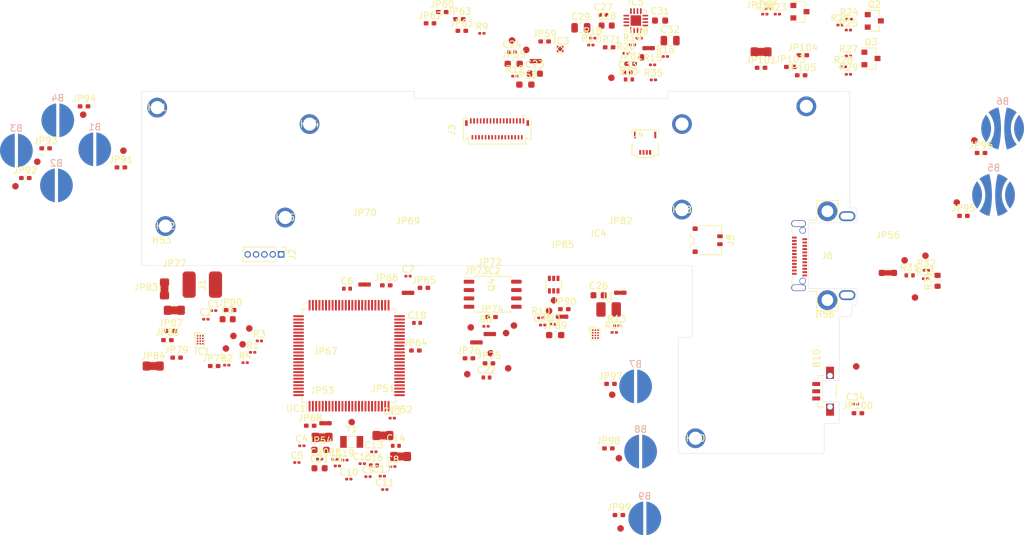
<source format=kicad_pcb>
(kicad_pcb (version 20171130) (host pcbnew 5.1.8)
  (layers (0 F.Cu signal) (1 In1.Cu signal) (2 In2.Cu signal) (31 B.Cu signal) (34 B.Paste user hide) (35 F.Paste user hide) (36 B.SilkS user hide) (37 F.SilkS user hide) (38 B.Mask user hide) (39 F.Mask user hide) (44 Edge.Cuts user))
  (net 0 "")
  (net 1 GND)
  (net 2 b1p58-PD11)
  (net 3 b2p61-PD14)
  (net 4 b3p62-PD15)
  (net 5 b4p81-PD0)
  (net 6 b7p7-PC13)
  (net 7 b8p33-PC5)
  (net 8 b9p16-PC1)
  (net 9 b10p22-PA0)
  (net 10 V3v7)
  (net 11 V1v8)
  (net 12 "Net-(C6-Pad2)")
  (net 13 d3p55-PD8)
  (net 14 "Net-(C9-Pad1)")
  (net 15 "Net-(C10-Pad1)")
  (net 16 RESET-p14-NRST)
  (net 17 p20-VREF)
  (net 18 p21-VDDa)
  (net 19 "Net-(C18-Pad1)")
  (net 20 p27-VDD)
  (net 21 Vaux1v8)
  (net 22 "Net-(C23-Pad1)")
  (net 23 "Net-(C25-Pad1)")
  (net 24 Vusb)
  (net 25 VBAT)
  (net 26 "Net-(C33-Pad1)")
  (net 27 "Net-(IC1-PadD3)")
  (net 28 aud-d1-p5-PE6)
  (net 29 aud-c1-p3-PE4)
  (net 30 aud-b3-p2-PE3)
  (net 31 "Net-(IC1-PadB2)")
  (net 32 "Net-(IC1-PadA1)")
  (net 33 "Net-(IC1-PadA3)")
  (net 34 "Net-(IC1-PadB1)")
  (net 35 f1p41-PE11)
  (net 36 f2p59-PD12)
  (net 37 f3p1-PE2)
  (net 38 f5p35-PB1)
  (net 39 "Net-(IC2-Pad6)")
  (net 40 "Net-(IC2-Pad7)")
  (net 41 lreg3p85-PD4)
  (net 42 "Net-(IC4-PadB1)")
  (net 43 "Net-(IC4-PadA2)")
  (net 44 "Net-(IC4-PadB2)")
  (net 45 "Net-(IC4-PadB3)")
  (net 46 "Net-(IC4-PadC1)")
  (net 47 "Net-(IC4-PadC2)")
  (net 48 "Net-(IC4-PadD2)")
  (net 49 "Net-(IC5-Pad1)")
  (net 50 bq4p38-PE8)
  (net 51 "Net-(IC5-Pad5)")
  (net 52 bq7p24-PA2)
  (net 53 bq9p37-PE7)
  (net 54 "Net-(IC5-Pad12)")
  (net 55 "Net-(IC5-Pad16)")
  (net 56 "Net-(J1-Pad1)")
  (net 57 "Net-(J1-Pad2)")
  (net 58 SWDIO-p72-PA13)
  (net 59 SWCLK-p76-PA14)
  (net 60 d19p68-PA9)
  (net 61 d15p84-PD3)
  (net 62 d21p45-PE15)
  (net 63 d27p63-PC6)
  (net 64 d29p54-PB15)
  (net 65 d4p87-PD6)
  (net 66 d6p69-PA10)
  (net 67 d8p95-PB8)
  (net 68 d10p15-PC0)
  (net 69 d12p46-PB10)
  (net 70 d14p64-PC7)
  (net 71 d16p78-PC10)
  (net 72 d18p70-PA11)
  (net 73 d20p67-PA8)
  (net 74 d24p52-PB13)
  (net 75 d26p53-PB14)
  (net 76 d28p31-PA7)
  (net 77 V3v3)
  (net 78 d13p47-PB11)
  (net 79 d23p51-PB12)
  (net 80 d25p43-PE13)
  (net 81 d17p34-PB0)
  (net 82 d5p57-PD10)
  (net 83 d11p66-PC9)
  (net 84 d9p83-PD2)
  (net 85 d7p91-PB5)
  (net 86 "Net-(J4-Pad4)")
  (net 87 "Net-(J4-Pad3)")
  (net 88 "Net-(J4-Pad2)")
  (net 89 "Net-(J4-Pad1)")
  (net 90 "Net-(J5-Pad1)")
  (net 91 "Net-(J6-PadA1)")
  (net 92 "Net-(J6-PadA7)")
  (net 93 "Net-(J6-PadB2)")
  (net 94 "Net-(J6-PadB3)")
  (net 95 "Net-(J6-PadA4)")
  (net 96 "Net-(J6-PadB5)")
  (net 97 "Net-(J6-PadB6)")
  (net 98 "Net-(J6-PadB7)")
  (net 99 "Net-(J6-PadB8)")
  (net 100 "Net-(J6-PadA3)")
  (net 101 "Net-(J6-PadA11)")
  (net 102 "Net-(J6-PadA8)")
  (net 103 "Net-(J6-PadB10)")
  (net 104 "Net-(J6-PadB11)")
  (net 105 "Net-(J6-PadA10)")
  (net 106 "Net-(J6-PadA2)")
  (net 107 "Net-(J6-PadA6)")
  (net 108 "Net-(J6-PadA5)")
  (net 109 "Net-(JP56-Pad1)")
  (net 110 "Net-(JP67-Pad2)")
  (net 111 "Net-(JP69-Pad1)")
  (net 112 "Net-(JP70-Pad1)")
  (net 113 f6p36-PB2)
  (net 114 f7p23-PA1)
  (net 115 aud-d3-p4-PE5)
  (net 116 "Net-(JP85-Pad1)")
  (net 117 b5p86-PD5)
  (net 118 b6p56-PD9)
  (net 119 q1e-p17-PC2)
  (net 120 "Net-(Q1-Pad1)")
  (net 121 "Net-(Q2-Pad1)")
  (net 122 q2e-p18-PC3)
  (net 123 "Net-(Q3-Pad1)")
  (net 124 q3e-p25-PA3)
  (net 125 kph-p82-PD1)
  (net 126 q1b-p30-PA6)
  (net 127 q2b-p29-PA5)
  (net 128 q3b-p28-PA4)
  (net 129 "Net-(UC1-Pad12)")
  (net 130 "Net-(UC1-Pad13)")
  (net 131 "Net-(UC1-Pad39)")
  (net 132 "Net-(UC1-Pad40)")
  (net 133 "Net-(UC1-Pad42)")
  (net 134 "Net-(UC1-Pad44)")
  (net 135 "Net-(UC1-Pad60)")
  (net 136 "Net-(UC1-Pad71)")
  (net 137 "Net-(UC1-Pad77)")
  (net 138 "Net-(UC1-Pad79)")
  (net 139 "Net-(UC1-Pad80)")
  (net 140 "Net-(UC1-Pad88)")
  (net 141 "Net-(UC1-Pad89)")
  (net 142 "Net-(UC1-Pad90)")
  (net 143 "Net-(UC1-Pad92)")
  (net 144 "Net-(UC1-Pad93)")
  (net 145 "Net-(UC1-Pad96)")
  (net 146 "Net-(UC1-Pad97)")
  (net 147 "Net-(UC1-Pad98)")
  (net 148 BAT-MEAS-p32-PC4)
  (module gnw:Molex_Easy-On_503480-0400_1x04-1MP_P1.00mm_Horizontal (layer F.Cu) (at 76.5 8 180)
    (fp_text reference J4 (at 1.05 1.475) (layer F.SilkS))
    (fp_text value DISPLAY2)
    (pad 4 smd rect (at 0.75 -1.3 180) (size 0.3 0.7) (layers F.Cu F.Paste F.Mask) (net 86 "Net-(J4-Pad4)"))
    (pad 3 smd rect (at 0.25 -1.3 180) (size 0.3 0.7) (layers F.Cu F.Paste F.Mask) (net 87 "Net-(J4-Pad3)"))
    (pad 2 smd rect (at -0.25 -1.3 180) (size 0.3 0.7) (layers F.Cu F.Paste F.Mask) (net 88 "Net-(J4-Pad2)"))
    (pad MP smd rect (at 1.54 1.35 180) (size 0.3 1) (layers F.Cu F.Paste F.Mask))
    (pad 1 smd rect (at -0.75 -1.3 180) (size 0.3 0.7) (layers F.Cu F.Paste F.Mask) (net 89 "Net-(J4-Pad1)"))
    (pad MP smd rect (at -1.54 1.35 180) (size 0.3 1) (layers F.Cu F.Paste F.Mask))
  )
  (module gnw:MountingHole_2.0mm (layer F.Cu) (at 25.5 5)
    (fp_text reference H54 (at 0 0) (layer F.SilkS))
    (fp_text value MountingHole_Pad)
    (pad 1 thru_hole circle (at 0 0) (size 3 3) (drill 2) (layers *.Cu *.Mask) (net 1 GND))
  )
  (module gnw:MountingHole_2.0mm (layer F.Cu) (at 2.35 2.5)
    (fp_text reference H51 (at 0 0) (layer F.SilkS))
    (fp_text value MountingHole_Pad)
    (pad 1 thru_hole circle (at 0 0) (size 3 3) (drill 2) (layers *.Cu *.Mask) (net 1 GND))
  )
  (module gnw:MountingHole_2.0mm (layer F.Cu) (at 3.6 20.5)
    (fp_text reference H52 (at 0 0) (layer F.SilkS))
    (fp_text value MountingHole_Pad)
    (pad 1 thru_hole circle (at 0 0) (size 3 3) (drill 2) (layers *.Cu *.Mask) (net 1 GND))
  )
  (module gnw:MountingHole_2.0mm (layer F.Cu) (at 21.8 19.2)
    (fp_text reference H55 (at 0 0) (layer F.SilkS))
    (fp_text value MountingHole_Pad)
    (pad 1 thru_hole circle (at 0 0) (size 3 3) (drill 2) (layers *.Cu *.Mask) (net 1 GND))
  )
  (module gnw:MountingHole_2.0mm (layer F.Cu) (at 82.1 18)
    (fp_text reference H58 (at 0 0) (layer F.SilkS))
    (fp_text value MountingHole_Pad)
    (pad 1 thru_hole circle (at 0 0) (size 3 3) (drill 2) (layers *.Cu *.Mask) (net 1 GND))
  )
  (module gnw:MountingHole_NC_1.5mm (layer F.Cu) (at 103.85 36.9)
    (fp_text reference H56 (at 0 -3) (layer F.SilkS))
    (fp_text value MountingHole)
    (pad "" np_thru_hole circle (at 0 0) (size 1.5 1.5) (drill 1.5) (layers *.Cu *.Mask))
  )
  (module gnw:MountingHole_2.0mm (layer F.Cu) (at 84.15 52.75)
    (fp_text reference H60 (at 0 0) (layer F.SilkS))
    (fp_text value MountingHole_Pad)
    (pad 1 thru_hole circle (at 0 0) (size 3 3) (drill 2) (layers *.Cu *.Mask) (net 1 GND))
  )
  (module gnw:USB_C_Receptacle_NintendoG&W (layer F.Cu) (at 104.2 25)
    (fp_text reference J6 (at 0 0) (layer F.SilkS))
    (fp_text value USB-C)
    (pad A4 smd rect (at -5.02 1.25 90) (size 0.3 0.7) (layers F.Cu F.Paste F.Mask) (net 95 "Net-(J6-PadA4)"))
    (pad S1 thru_hole oval (at -4.375 4.875 90) (size 1 2.25) (drill oval 0.8 2) (layers *.Cu *.Mask) (net 91 "Net-(J6-PadA1)"))
    (pad A5 smd rect (at -5.02 0.75 90) (size 0.3 0.7) (layers F.Cu F.Paste F.Mask) (net 108 "Net-(J6-PadA5)"))
    (pad A6 smd rect (at -5.02 0.25 90) (size 0.3 0.7) (layers F.Cu F.Paste F.Mask) (net 107 "Net-(J6-PadA6)"))
    (pad A1 smd rect (at -5.02 2.75 90) (size 0.3 0.7) (layers F.Cu F.Paste F.Mask) (net 91 "Net-(J6-PadA1)"))
    (pad A2 smd rect (at -5.02 2.25 90) (size 0.3 0.7) (layers F.Cu F.Paste F.Mask) (net 106 "Net-(J6-PadA2)"))
    (pad A10 smd rect (at -5.02 -1.75 90) (size 0.3 0.7) (layers F.Cu F.Paste F.Mask) (net 105 "Net-(J6-PadA10)"))
    (pad A12 smd rect (at -5.02 -2.75 90) (size 0.3 0.7) (layers F.Cu F.Paste F.Mask) (net 91 "Net-(J6-PadA1)"))
    (pad B12 smd rect (at -3.445 3 90) (size 0.3 0.7) (layers F.Cu F.Paste F.Mask) (net 91 "Net-(J6-PadA1)"))
    (pad B11 smd rect (at -3.445 2.5 90) (size 0.3 0.7) (layers F.Cu F.Paste F.Mask) (net 104 "Net-(J6-PadB11)"))
    (pad B10 smd rect (at -3.445 2 90) (size 0.3 0.7) (layers F.Cu F.Paste F.Mask) (net 103 "Net-(J6-PadB10)"))
    (pad B9 smd rect (at -3.445 1.5 90) (size 0.3 0.7) (layers F.Cu F.Paste F.Mask) (net 95 "Net-(J6-PadA4)"))
    (pad A8 smd rect (at -5.02 -0.75 90) (size 0.3 0.7) (layers F.Cu F.Paste F.Mask) (net 102 "Net-(J6-PadA8)"))
    (pad A9 smd rect (at -5.02 -1.25 90) (size 0.3 0.7) (layers F.Cu F.Paste F.Mask) (net 95 "Net-(J6-PadA4)"))
    (pad "" np_thru_hole circle (at -4.75 3.75 90) (size 0.65 0.65) (drill 0.65) (layers *.Cu *.Mask))
    (pad S1 thru_hole oval (at 3 6 90) (size 1.5 2.5) (drill oval 1 2) (layers *.Cu *.Mask) (net 91 "Net-(J6-PadA1)"))
    (pad B1 smd rect (at -3.445 -2.5 90) (size 0.3 0.7) (layers F.Cu F.Paste F.Mask) (net 91 "Net-(J6-PadA1)"))
    (pad A11 smd rect (at -5.02 -2.25 90) (size 0.3 0.7) (layers F.Cu F.Paste F.Mask) (net 101 "Net-(J6-PadA11)"))
    (pad A3 smd rect (at -5.02 1.75 90) (size 0.3 0.7) (layers F.Cu F.Paste F.Mask) (net 100 "Net-(J6-PadA3)"))
    (pad B8 smd rect (at -3.445 1 90) (size 0.3 0.7) (layers F.Cu F.Paste F.Mask) (net 99 "Net-(J6-PadB8)"))
    (pad B7 smd rect (at -3.445 0.5 90) (size 0.3 0.7) (layers F.Cu F.Paste F.Mask) (net 98 "Net-(J6-PadB7)"))
    (pad B6 smd rect (at -3.445 0 90) (size 0.3 0.7) (layers F.Cu F.Paste F.Mask) (net 97 "Net-(J6-PadB6)"))
    (pad B5 smd rect (at -3.445 -0.5 90) (size 0.3 0.7) (layers F.Cu F.Paste F.Mask) (net 96 "Net-(J6-PadB5)"))
    (pad B4 smd rect (at -3.445 -1 90) (size 0.3 0.7) (layers F.Cu F.Paste F.Mask) (net 95 "Net-(J6-PadA4)"))
    (pad B3 smd rect (at -3.445 -1.5 90) (size 0.3 0.7) (layers F.Cu F.Paste F.Mask) (net 94 "Net-(J6-PadB3)"))
    (pad B2 smd rect (at -3.445 -2 90) (size 0.3 0.7) (layers F.Cu F.Paste F.Mask) (net 93 "Net-(J6-PadB2)"))
    (pad A7 smd rect (at -5.02 -0.25 90) (size 0.3 0.7) (layers F.Cu F.Paste F.Mask) (net 92 "Net-(J6-PadA7)"))
    (pad S1 thru_hole circle (at 0 6.75 90) (size 3 3) (drill 1.8) (layers *.Cu *.Mask) (net 91 "Net-(J6-PadA1)"))
    (pad S1 thru_hole circle (at -3.75 3.85 90) (size 1 1) (drill 0.8) (layers *.Cu *.Mask) (net 91 "Net-(J6-PadA1)"))
    (pad S1 thru_hole oval (at -4.375 -4.875 90) (size 1 2.25) (drill oval 0.8 2) (layers *.Cu *.Mask) (net 91 "Net-(J6-PadA1)"))
    (pad S1 thru_hole circle (at -3.75 -3.85 90) (size 1 1) (drill 0.8) (layers *.Cu *.Mask) (net 91 "Net-(J6-PadA1)"))
    (pad "" np_thru_hole circle (at -4.75 -3.75 90) (size 0.65 0.65) (drill 0.65) (layers *.Cu *.Mask))
    (pad S1 thru_hole oval (at 3 -6 90) (size 1.5 2.5) (drill oval 1 2) (layers *.Cu *.Mask) (net 91 "Net-(J6-PadA1)"))
    (pad S1 thru_hole circle (at 0 -6.75 90) (size 3 3) (drill 1.8) (layers *.Cu *.Mask) (net 91 "Net-(J6-PadA1)"))
  )
  (module gnw:SW_PUSH_1P1T_Horizontal_Nintendo_GnW (layer F.Cu) (at 104.25 45.6 90)
    (fp_text reference B10 (at 5 -1.7 90) (layer F.SilkS))
    (fp_text value POWER)
    (pad MP smd rect (at -2.375 0.35 270) (size 1.85 1.2) (drill (offset 0.425 0)) (layers F.Cu F.Paste F.Mask))
    (pad MP thru_hole circle (at 2.375 0.35 90) (size 1 1) (drill 0.8) (layers *.Cu *.Mask))
    (pad MP thru_hole circle (at -2.375 0.35 90) (size 1 1) (drill 0.8) (layers *.Cu *.Mask))
    (pad 1 smd rect (at 1.1 -1.75 90) (size 0.6 1.2) (layers F.Cu F.Paste F.Mask) (net 9 b10p22-PA0))
    (pad 1 smd rect (at -1.1 -1.75 90) (size 0.6 1.2) (layers F.Cu F.Paste F.Mask) (net 9 b10p22-PA0))
    (pad MP smd rect (at 2.375 0.35 90) (size 1.85 1.2) (drill (offset 0.425 0)) (layers F.Cu F.Paste F.Mask))
    (pad 2 smd rect (at 0 -1.75 90) (size 0.6 1.2) (layers F.Cu F.Paste F.Mask) (net 1 GND))
  )
  (module gnw:JMP-0805-CLOSED (layer F.Cu) (at 1.738 41.771)
    (fp_text reference JP84 (at 0.025 -1.55) (layer F.SilkS))
    (fp_text value jmp-0805)
    (fp_line (start -0.635 0) (end 0.635 0) (layer F.Cu) (width 1.2))
    (pad 2 smd roundrect (at 1 0) (size 1.2 1.4) (layers F.Cu F.Paste F.Mask) (roundrect_rratio 0.208333) (net 57 "Net-(J1-Pad2)"))
    (pad 1 smd roundrect (at -1 0) (size 1.2 1.4) (layers F.Cu F.Paste F.Mask) (roundrect_rratio 0.208333) (net 32 "Net-(IC1-PadA1)"))
  )
  (module gnw:Button_Carbon-Contact_Round_5.00mm (layer B.Cu) (at -7.1468 8.8271)
    (fp_text reference B1 (at -0.00762 -3.37566) (layer B.SilkS) (effects (justify mirror)))
    (fp_text value D-LEFT)
    (pad 2 smd custom (at 2.4 0) (size 0.1 0.1) (layers B.Cu B.Paste B.Mask) (net 1 GND) (options (clearance outline) (anchor circle)) (primitives (gr_arc (start -2.5 0) (end -2.100001 2.499999) (angle -161.8) (width 0.12)) (gr_line (start -2.100001 2.499999) (end -2.099999 -2.499999) (width 0.12)) (gr_poly (pts (xy -2.099999 -2.499999) (xy -1.7 -2.4) (xy -1.3 -2.2) (xy -0.9 -1.9) (xy -0.4 -1.4) (xy -0.2 -0.9) (xy 0 -0.2) (xy 0 0.4) (xy -0.2 1) (xy -0.4 1.4) (xy -0.9 1.9) (xy -1.4 2.2) (xy -1.7 2.4) (xy -2.100001 2.499999)) (width 0.1))))
    (pad 1 smd custom (at -2.4 0) (size 0.1 0.1) (layers B.Cu B.Paste B.Mask) (net 2 b1p58-PD11) (options (clearance outline) (anchor circle)) (primitives (gr_arc (start 2.5 0) (end 2.100001 2.499999) (angle 161.8) (width 0.12)) (gr_line (start 2.100001 2.499999) (end 2.099999 -2.499999) (width 0.12)) (gr_poly (pts (xy 2.099999 -2.499999) (xy 1.7 -2.4) (xy 1.3 -2.2) (xy 0.9 -1.9) (xy 0.4 -1.4) (xy 0.2 -0.9) (xy 0 -0.2) (xy 0 0.4) (xy 0.2 1) (xy 0.4 1.4) (xy 0.9 1.9) (xy 1.4 2.2) (xy 1.7 2.4) (xy 2.100001 2.499999)) (width 0.1))))
  )
  (module gnw:Button_Carbon-Contact_Round_5.00mm (layer B.Cu) (at -12.9691 14.3154)
    (fp_text reference B2 (at -0.00762 -3.37566) (layer B.SilkS) (effects (justify mirror)))
    (fp_text value D-DOWN)
    (pad 1 smd custom (at -2.4 0) (size 0.1 0.1) (layers B.Cu B.Paste B.Mask) (net 3 b2p61-PD14) (options (clearance outline) (anchor circle)) (primitives (gr_arc (start 2.5 0) (end 2.100001 2.499999) (angle 161.8) (width 0.12)) (gr_line (start 2.100001 2.499999) (end 2.099999 -2.499999) (width 0.12)) (gr_poly (pts (xy 2.099999 -2.499999) (xy 1.7 -2.4) (xy 1.3 -2.2) (xy 0.9 -1.9) (xy 0.4 -1.4) (xy 0.2 -0.9) (xy 0 -0.2) (xy 0 0.4) (xy 0.2 1) (xy 0.4 1.4) (xy 0.9 1.9) (xy 1.4 2.2) (xy 1.7 2.4) (xy 2.100001 2.499999)) (width 0.1))))
    (pad 2 smd custom (at 2.4 0) (size 0.1 0.1) (layers B.Cu B.Paste B.Mask) (net 1 GND) (options (clearance outline) (anchor circle)) (primitives (gr_arc (start -2.5 0) (end -2.100001 2.499999) (angle -161.8) (width 0.12)) (gr_line (start -2.100001 2.499999) (end -2.099999 -2.499999) (width 0.12)) (gr_poly (pts (xy -2.099999 -2.499999) (xy -1.7 -2.4) (xy -1.3 -2.2) (xy -0.9 -1.9) (xy -0.4 -1.4) (xy -0.2 -0.9) (xy 0 -0.2) (xy 0 0.4) (xy -0.2 1) (xy -0.4 1.4) (xy -0.9 1.9) (xy -1.4 2.2) (xy -1.7 2.4) (xy -2.100001 2.499999)) (width 0.1))))
  )
  (module gnw:Button_Carbon-Contact_Round_5.00mm (layer B.Cu) (at -19.055 9.0162)
    (fp_text reference B3 (at -0.00762 -3.37566) (layer B.SilkS) (effects (justify mirror)))
    (fp_text value D-RIGHT)
    (pad 2 smd custom (at 2.4 0) (size 0.1 0.1) (layers B.Cu B.Paste B.Mask) (net 1 GND) (options (clearance outline) (anchor circle)) (primitives (gr_arc (start -2.5 0) (end -2.100001 2.499999) (angle -161.8) (width 0.12)) (gr_line (start -2.100001 2.499999) (end -2.099999 -2.499999) (width 0.12)) (gr_poly (pts (xy -2.099999 -2.499999) (xy -1.7 -2.4) (xy -1.3 -2.2) (xy -0.9 -1.9) (xy -0.4 -1.4) (xy -0.2 -0.9) (xy 0 -0.2) (xy 0 0.4) (xy -0.2 1) (xy -0.4 1.4) (xy -0.9 1.9) (xy -1.4 2.2) (xy -1.7 2.4) (xy -2.100001 2.499999)) (width 0.1))))
    (pad 1 smd custom (at -2.4 0) (size 0.1 0.1) (layers B.Cu B.Paste B.Mask) (net 4 b3p62-PD15) (options (clearance outline) (anchor circle)) (primitives (gr_arc (start 2.5 0) (end 2.100001 2.499999) (angle 161.8) (width 0.12)) (gr_line (start 2.100001 2.499999) (end 2.099999 -2.499999) (width 0.12)) (gr_poly (pts (xy 2.099999 -2.499999) (xy 1.7 -2.4) (xy 1.3 -2.2) (xy 0.9 -1.9) (xy 0.4 -1.4) (xy 0.2 -0.9) (xy 0 -0.2) (xy 0 0.4) (xy 0.2 1) (xy 0.4 1.4) (xy 0.9 1.9) (xy 1.4 2.2) (xy 1.7 2.4) (xy 2.100001 2.499999)) (width 0.1))))
  )
  (module gnw:Button_Carbon-Contact_Round_5.00mm (layer B.Cu) (at -12.7638 4.4216)
    (fp_text reference B4 (at -0.00762 -3.37566) (layer B.SilkS) (effects (justify mirror)))
    (fp_text value D-UP)
    (pad 1 smd custom (at -2.4 0) (size 0.1 0.1) (layers B.Cu B.Paste B.Mask) (net 5 b4p81-PD0) (options (clearance outline) (anchor circle)) (primitives (gr_arc (start 2.5 0) (end 2.100001 2.499999) (angle 161.8) (width 0.12)) (gr_line (start 2.100001 2.499999) (end 2.099999 -2.499999) (width 0.12)) (gr_poly (pts (xy 2.099999 -2.499999) (xy 1.7 -2.4) (xy 1.3 -2.2) (xy 0.9 -1.9) (xy 0.4 -1.4) (xy 0.2 -0.9) (xy 0 -0.2) (xy 0 0.4) (xy 0.2 1) (xy 0.4 1.4) (xy 0.9 1.9) (xy 1.4 2.2) (xy 1.7 2.4) (xy 2.100001 2.499999)) (width 0.1))))
    (pad 2 smd custom (at 2.4 0) (size 0.1 0.1) (layers B.Cu B.Paste B.Mask) (net 1 GND) (options (clearance outline) (anchor circle)) (primitives (gr_arc (start -2.5 0) (end -2.100001 2.499999) (angle -161.8) (width 0.12)) (gr_line (start -2.100001 2.499999) (end -2.099999 -2.499999) (width 0.12)) (gr_poly (pts (xy -2.099999 -2.499999) (xy -1.7 -2.4) (xy -1.3 -2.2) (xy -0.9 -1.9) (xy -0.4 -1.4) (xy -0.2 -0.9) (xy 0 -0.2) (xy 0 0.4) (xy -0.2 1) (xy -0.4 1.4) (xy -0.9 1.9) (xy -1.4 2.2) (xy -1.7 2.4) (xy -2.100001 2.499999)) (width 0.1))))
  )
  (module gnw:Button_Carbon-Contact_Round_5.00mm (layer B.Cu) (at 75.051 44.861)
    (fp_text reference B7 (at -0.00762 -3.37566) (layer B.SilkS) (effects (justify mirror)))
    (fp_text value MENU-SET)
    (pad 1 smd custom (at -2.4 0) (size 0.1 0.1) (layers B.Cu B.Paste B.Mask) (net 6 b7p7-PC13) (options (clearance outline) (anchor circle)) (primitives (gr_arc (start 2.5 0) (end 2.100001 2.499999) (angle 161.8) (width 0.12)) (gr_line (start 2.100001 2.499999) (end 2.099999 -2.499999) (width 0.12)) (gr_poly (pts (xy 2.099999 -2.499999) (xy 1.7 -2.4) (xy 1.3 -2.2) (xy 0.9 -1.9) (xy 0.4 -1.4) (xy 0.2 -0.9) (xy 0 -0.2) (xy 0 0.4) (xy 0.2 1) (xy 0.4 1.4) (xy 0.9 1.9) (xy 1.4 2.2) (xy 1.7 2.4) (xy 2.100001 2.499999)) (width 0.1))))
    (pad 2 smd custom (at 2.4 0) (size 0.1 0.1) (layers B.Cu B.Paste B.Mask) (net 1 GND) (options (clearance outline) (anchor circle)) (primitives (gr_arc (start -2.5 0) (end -2.100001 2.499999) (angle -161.8) (width 0.12)) (gr_line (start -2.100001 2.499999) (end -2.099999 -2.499999) (width 0.12)) (gr_poly (pts (xy -2.099999 -2.499999) (xy -1.7 -2.4) (xy -1.3 -2.2) (xy -0.9 -1.9) (xy -0.4 -1.4) (xy -0.2 -0.9) (xy 0 -0.2) (xy 0 0.4) (xy -0.2 1) (xy -0.4 1.4) (xy -0.9 1.9) (xy -1.4 2.2) (xy -1.7 2.4) (xy -2.100001 2.499999)) (width 0.1))))
  )
  (module gnw:Button_Carbon-Contact_Round_5.00mm (layer B.Cu) (at 75.813 54.767)
    (fp_text reference B8 (at -0.00762 -3.37566) (layer B.SilkS) (effects (justify mirror)))
    (fp_text value MENU-TIME)
    (pad 2 smd custom (at 2.4 0) (size 0.1 0.1) (layers B.Cu B.Paste B.Mask) (net 1 GND) (options (clearance outline) (anchor circle)) (primitives (gr_arc (start -2.5 0) (end -2.100001 2.499999) (angle -161.8) (width 0.12)) (gr_line (start -2.100001 2.499999) (end -2.099999 -2.499999) (width 0.12)) (gr_poly (pts (xy -2.099999 -2.499999) (xy -1.7 -2.4) (xy -1.3 -2.2) (xy -0.9 -1.9) (xy -0.4 -1.4) (xy -0.2 -0.9) (xy 0 -0.2) (xy 0 0.4) (xy -0.2 1) (xy -0.4 1.4) (xy -0.9 1.9) (xy -1.4 2.2) (xy -1.7 2.4) (xy -2.100001 2.499999)) (width 0.1))))
    (pad 1 smd custom (at -2.4 0) (size 0.1 0.1) (layers B.Cu B.Paste B.Mask) (net 7 b8p33-PC5) (options (clearance outline) (anchor circle)) (primitives (gr_arc (start 2.5 0) (end 2.100001 2.499999) (angle 161.8) (width 0.12)) (gr_line (start 2.100001 2.499999) (end 2.099999 -2.499999) (width 0.12)) (gr_poly (pts (xy 2.099999 -2.499999) (xy 1.7 -2.4) (xy 1.3 -2.2) (xy 0.9 -1.9) (xy 0.4 -1.4) (xy 0.2 -0.9) (xy 0 -0.2) (xy 0 0.4) (xy 0.2 1) (xy 0.4 1.4) (xy 0.9 1.9) (xy 1.4 2.2) (xy 1.7 2.4) (xy 2.100001 2.499999)) (width 0.1))))
  )
  (module gnw:Button_Carbon-Contact_Round_5.00mm (layer B.Cu) (at 76.448 64.927)
    (fp_text reference B9 (at -0.00762 -3.37566) (layer B.SilkS) (effects (justify mirror)))
    (fp_text value MENU-GAME)
    (pad 1 smd custom (at -2.4 0) (size 0.1 0.1) (layers B.Cu B.Paste B.Mask) (net 8 b9p16-PC1) (options (clearance outline) (anchor circle)) (primitives (gr_arc (start 2.5 0) (end 2.100001 2.499999) (angle 161.8) (width 0.12)) (gr_line (start 2.100001 2.499999) (end 2.099999 -2.499999) (width 0.12)) (gr_poly (pts (xy 2.099999 -2.499999) (xy 1.7 -2.4) (xy 1.3 -2.2) (xy 0.9 -1.9) (xy 0.4 -1.4) (xy 0.2 -0.9) (xy 0 -0.2) (xy 0 0.4) (xy 0.2 1) (xy 0.4 1.4) (xy 0.9 1.9) (xy 1.4 2.2) (xy 1.7 2.4) (xy 2.100001 2.499999)) (width 0.1))))
    (pad 2 smd custom (at 2.4 0) (size 0.1 0.1) (layers B.Cu B.Paste B.Mask) (net 1 GND) (options (clearance outline) (anchor circle)) (primitives (gr_arc (start -2.5 0) (end -2.100001 2.499999) (angle -161.8) (width 0.12)) (gr_line (start -2.100001 2.499999) (end -2.099999 -2.499999) (width 0.12)) (gr_poly (pts (xy -2.099999 -2.499999) (xy -1.7 -2.4) (xy -1.3 -2.2) (xy -0.9 -1.9) (xy -0.4 -1.4) (xy -0.2 -0.9) (xy 0 -0.2) (xy 0 0.4) (xy -0.2 1) (xy -0.4 1.4) (xy -0.9 1.9) (xy -1.4 2.2) (xy -1.7 2.4) (xy -2.100001 2.499999)) (width 0.1))))
  )
  (module Capacitor_SMD:C_0201_0603Metric (layer F.Cu) (at 10.92 33.35)
    (fp_text reference C1 (at 0 -1.05) (layer F.SilkS))
    (fp_text value 100n)
    (pad 1 smd roundrect (at -0.32 0) (size 0.46 0.4) (layers F.Cu F.Mask) (net 10 V3v7))
    (pad 2 smd roundrect (at 0.32 0) (size 0.46 0.4) (layers F.Cu F.Mask) (net 1 GND))
  )
  (module Capacitor_SMD:C_0201_0603Metric (layer F.Cu) (at 9.739 34.659)
    (fp_text reference C2 (at 0 -1.05) (layer F.SilkS))
    (fp_text value 100n)
    (pad 2 smd roundrect (at 0.32 0) (size 0.46 0.4) (layers F.Cu F.Mask) (net 1 GND))
    (pad 1 smd roundrect (at -0.32 0) (size 0.46 0.4) (layers F.Cu F.Mask) (net 10 V3v7))
  )
  (module Capacitor_SMD:C_0603_1608Metric (layer F.Cu) (at 13.054 34.659)
    (fp_text reference C3 (at 0 -1.43) (layer F.SilkS))
    (fp_text value 1u)
    (pad 2 smd roundrect (at 0.775 0) (size 0.9 0.95) (layers F.Cu F.Paste F.Mask) (net 1 GND))
    (pad 1 smd roundrect (at -0.775 0) (size 0.9 0.95) (layers F.Cu F.Paste F.Mask) (net 10 V3v7))
  )
  (module Capacitor_SMD:C_0201_0603Metric (layer F.Cu) (at 24.332 53.894)
    (fp_text reference C4 (at 0 -1.05) (layer F.SilkS))
    (fp_text value 100n)
    (pad 1 smd roundrect (at -0.32 0) (size 0.46 0.4) (layers F.Cu F.Mask) (net 11 V1v8))
    (pad 2 smd roundrect (at 0.32 0) (size 0.46 0.4) (layers F.Cu F.Mask) (net 1 GND))
  )
  (module Capacitor_SMD:C_0201_0603Metric (layer F.Cu) (at 23.57 56.434)
    (fp_text reference C5 (at 0 -1.05) (layer F.SilkS))
    (fp_text value 100n)
    (pad 1 smd roundrect (at -0.32 0) (size 0.46 0.4) (layers F.Cu F.Mask) (net 11 V1v8))
    (pad 2 smd roundrect (at 0.32 0) (size 0.46 0.4) (layers F.Cu F.Mask) (net 1 GND))
  )
  (module Capacitor_SMD:C_0402_1005Metric (layer F.Cu) (at 31.191 30.014)
    (fp_text reference C6 (at 0 -1.16) (layer F.SilkS))
    (fp_text value 1u)
    (pad 2 smd roundrect (at 0.48 0) (size 0.56 0.62) (layers F.Cu F.Paste F.Mask) (net 12 "Net-(C6-Pad2)"))
    (pad 1 smd roundrect (at -0.48 0) (size 0.56 0.62) (layers F.Cu F.Paste F.Mask) (net 1 GND))
  )
  (module Capacitor_SMD:C_0201_0603Metric (layer F.Cu) (at 40.462 28.109)
    (fp_text reference C7 (at 0 -1.05) (layer F.SilkS))
    (fp_text value 100n)
    (pad 2 smd roundrect (at 0.32 0) (size 0.46 0.4) (layers F.Cu F.Mask) (net 1 GND))
    (pad 1 smd roundrect (at -0.32 0) (size 0.46 0.4) (layers F.Cu F.Mask) (net 13 d3p55-PD8))
  )
  (module Capacitor_SMD:C_0201_0603Metric (layer F.Cu) (at 38.15 57.05)
    (fp_text reference C8 (at 0 -1.05) (layer F.SilkS))
    (fp_text value 100n)
    (pad 2 smd roundrect (at 0.32 0) (size 0.46 0.4) (layers F.Cu F.Mask) (net 1 GND))
    (pad 1 smd roundrect (at -0.32 0) (size 0.46 0.4) (layers F.Cu F.Mask) (net 11 V1v8))
  )
  (module Capacitor_SMD:C_0201_0603Metric (layer F.Cu) (at 34.385 58.578)
    (fp_text reference C9 (at 0 -1.05) (layer F.SilkS))
    (fp_text value 22p)
    (pad 1 smd roundrect (at -0.32 0) (size 0.46 0.4) (layers F.Cu F.Mask) (net 14 "Net-(C9-Pad1)"))
    (pad 2 smd roundrect (at 0.32 0) (size 0.46 0.4) (layers F.Cu F.Mask) (net 1 GND))
  )
  (module Capacitor_SMD:C_0201_0603Metric (layer F.Cu) (at 31.464 58.959)
    (fp_text reference C10 (at 0 -1.05) (layer F.SilkS))
    (fp_text value 22p)
    (pad 2 smd roundrect (at 0.32 0) (size 0.46 0.4) (layers F.Cu F.Mask) (net 1 GND))
    (pad 1 smd roundrect (at -0.32 0) (size 0.46 0.4) (layers F.Cu F.Mask) (net 15 "Net-(C10-Pad1)"))
  )
  (module Capacitor_SMD:C_0201_0603Metric (layer F.Cu) (at 36.938 60.542)
    (fp_text reference C11 (at 0 -1.05) (layer F.SilkS))
    (fp_text value 100n)
    (pad 1 smd roundrect (at -0.32 0) (size 0.46 0.4) (layers F.Cu F.Mask) (net 11 V1v8))
    (pad 2 smd roundrect (at 0.32 0) (size 0.46 0.4) (layers F.Cu F.Mask) (net 1 GND))
  )
  (module Capacitor_SMD:C_0201_0603Metric (layer F.Cu) (at 38.068 49.688)
    (fp_text reference C12 (at 0 -1.05) (layer F.SilkS))
    (fp_text value 100n)
    (pad 2 smd roundrect (at 0.32 0) (size 0.46 0.4) (layers F.Cu F.Mask) (net 1 GND))
    (pad 1 smd roundrect (at -0.32 0) (size 0.46 0.4) (layers F.Cu F.Mask) (net 16 RESET-p14-NRST))
  )
  (module Capacitor_SMD:C_0201_0603Metric (layer F.Cu) (at 35.27 54.81)
    (fp_text reference C13 (at 0 -1.05) (layer F.SilkS))
    (fp_text value 100n)
    (pad 1 smd roundrect (at -0.32 0) (size 0.46 0.4) (layers F.Cu F.Mask) (net 17 p20-VREF))
    (pad 2 smd roundrect (at 0.32 0) (size 0.46 0.4) (layers F.Cu F.Mask) (net 1 GND))
  )
  (module Capacitor_SMD:C_0402_1005Metric (layer F.Cu) (at 38.62 53.9)
    (fp_text reference C14 (at 0 -1.16) (layer F.SilkS))
    (fp_text value 1u)
    (pad 2 smd roundrect (at 0.48 0) (size 0.56 0.62) (layers F.Cu F.Paste F.Mask) (net 1 GND))
    (pad 1 smd roundrect (at -0.48 0) (size 0.56 0.62) (layers F.Cu F.Paste F.Mask) (net 17 p20-VREF))
  )
  (module Capacitor_SMD:C_0201_0603Metric (layer F.Cu) (at 33.509 56.605)
    (fp_text reference C15 (at 0 -1.05) (layer F.SilkS))
    (fp_text value 100n)
    (pad 1 smd roundrect (at -0.32 0) (size 0.46 0.4) (layers F.Cu F.Mask) (net 18 p21-VDDa))
    (pad 2 smd roundrect (at 0.32 0) (size 0.46 0.4) (layers F.Cu F.Mask) (net 1 GND))
  )
  (module Capacitor_SMD:C_0402_1005Metric (layer F.Cu) (at 35.287 56.859)
    (fp_text reference C16 (at 0 -1.16) (layer F.SilkS))
    (fp_text value 1u)
    (pad 2 smd roundrect (at 0.48 0) (size 0.56 0.62) (layers F.Cu F.Paste F.Mask) (net 1 GND))
    (pad 1 smd roundrect (at -0.48 0) (size 0.56 0.62) (layers F.Cu F.Paste F.Mask) (net 18 p21-VDDa))
  )
  (module Capacitor_SMD:C_0201_0603Metric (layer F.Cu) (at 36.557 58.51)
    (fp_text reference C17 (at 0 -1.05) (layer F.SilkS))
    (fp_text value 100n)
    (pad 2 smd roundrect (at 0.32 0) (size 0.46 0.4) (layers F.Cu F.Mask) (net 1 GND))
    (pad 1 smd roundrect (at -0.32 0) (size 0.46 0.4) (layers F.Cu F.Mask) (net 11 V1v8))
  )
  (module Capacitor_SMD:C_0402_1005Metric (layer F.Cu) (at 41.84 35.221)
    (fp_text reference C18 (at 0 -1.16) (layer F.SilkS))
    (fp_text value 1u)
    (pad 1 smd roundrect (at -0.48 0) (size 0.56 0.62) (layers F.Cu F.Paste F.Mask) (net 19 "Net-(C18-Pad1)"))
    (pad 2 smd roundrect (at 0.48 0) (size 0.56 0.62) (layers F.Cu F.Paste F.Mask) (net 1 GND))
  )
  (module Capacitor_SMD:C_0201_0603Metric (layer F.Cu) (at 30.871 56.068)
    (fp_text reference C19 (at 0 -1.05) (layer F.SilkS))
    (fp_text value 100n)
    (pad 2 smd roundrect (at 0.32 0) (size 0.46 0.4) (layers F.Cu F.Mask) (net 1 GND))
    (pad 1 smd roundrect (at -0.32 0) (size 0.46 0.4) (layers F.Cu F.Mask) (net 148 BAT-MEAS-p32-PC4))
  )
  (module Capacitor_SMD:C_0201_0603Metric (layer F.Cu) (at 27.019 55.911)
    (fp_text reference C20 (at 0 -1.05) (layer F.SilkS))
    (fp_text value 100n)
    (pad 2 smd roundrect (at 0.32 0) (size 0.46 0.4) (layers F.Cu F.Mask) (net 1 GND))
    (pad 1 smd roundrect (at -0.32 0) (size 0.46 0.4) (layers F.Cu F.Mask) (net 20 p27-VDD))
  )
  (module Capacitor_SMD:C_0603_1608Metric (layer F.Cu) (at 27.019 57.308)
    (fp_text reference C21 (at 0 -1.43) (layer F.SilkS))
    (fp_text value 10u)
    (pad 2 smd roundrect (at 0.775 0) (size 0.9 0.95) (layers F.Cu F.Paste F.Mask) (net 1 GND))
    (pad 1 smd roundrect (at -0.775 0) (size 0.9 0.95) (layers F.Cu F.Paste F.Mask) (net 20 p27-VDD))
  )
  (module Capacitor_SMD:C_0402_1005Metric (layer F.Cu) (at 52.384 43.514)
    (fp_text reference C22 (at 0 -1.16) (layer F.SilkS))
    (fp_text value 1u)
    (pad 1 smd roundrect (at -0.48 0) (size 0.56 0.62) (layers F.Cu F.Paste F.Mask) (net 21 Vaux1v8))
    (pad 2 smd roundrect (at 0.48 0) (size 0.56 0.62) (layers F.Cu F.Paste F.Mask) (net 1 GND))
  )
  (module Capacitor_SMD:C_0603_1608Metric (layer F.Cu) (at 59.744 -2.661)
    (fp_text reference C23 (at 0 -1.43) (layer F.SilkS))
    (fp_text value 10u)
    (pad 1 smd roundrect (at -0.775 0) (size 0.9 0.95) (layers F.Cu F.Paste F.Mask) (net 22 "Net-(C23-Pad1)"))
    (pad 2 smd roundrect (at 0.775 0) (size 0.9 0.95) (layers F.Cu F.Paste F.Mask) (net 1 GND))
  )
  (module Capacitor_SMD:C_0402_1005Metric (layer F.Cu) (at 56.271 -5.935)
    (fp_text reference C24 (at 0 -1.16) (layer F.SilkS))
    (fp_text value 1u)
    (pad 1 smd roundrect (at -0.48 0) (size 0.56 0.62) (layers F.Cu F.Paste F.Mask) (net 10 V3v7))
    (pad 2 smd roundrect (at 0.48 0) (size 0.56 0.62) (layers F.Cu F.Paste F.Mask) (net 1 GND))
  )
  (module Capacitor_SMD:C_0201_0603Metric (layer F.Cu) (at 60.922 35.541)
    (fp_text reference C25 (at 0 -1.05) (layer F.SilkS))
    (fp_text value 100n)
    (pad 1 smd roundrect (at -0.32 0) (size 0.46 0.4) (layers F.Cu F.Mask) (net 23 "Net-(C25-Pad1)"))
    (pad 2 smd roundrect (at 0.32 0) (size 0.46 0.4) (layers F.Cu F.Mask) (net 11 V1v8))
  )
  (module Capacitor_SMD:C_0603_1608Metric (layer F.Cu) (at 69.424 31.016)
    (fp_text reference C26 (at 0 -1.43) (layer F.SilkS))
    (fp_text value 10u)
    (pad 2 smd roundrect (at 0.775 0) (size 0.9 0.95) (layers F.Cu F.Paste F.Mask) (net 1 GND))
    (pad 1 smd roundrect (at -0.775 0) (size 0.9 0.95) (layers F.Cu F.Paste F.Mask) (net 11 V1v8))
  )
  (module Capacitor_SMD:C_0402_1005Metric (layer F.Cu) (at 70.137 -11.622)
    (fp_text reference C27 (at 0 -1.16) (layer F.SilkS))
    (fp_text value 1u)
    (pad 2 smd roundrect (at 0.48 0) (size 0.56 0.62) (layers F.Cu F.Paste F.Mask) (net 1 GND))
    (pad 1 smd roundrect (at -0.48 0) (size 0.56 0.62) (layers F.Cu F.Paste F.Mask) (net 10 V3v7))
  )
  (module Capacitor_SMD:C_0603_1608Metric (layer F.Cu) (at 70.658 -9.971)
    (fp_text reference C28 (at 0 -1.43) (layer F.SilkS))
    (fp_text value 10u)
    (pad 1 smd roundrect (at -0.775 0) (size 0.9 0.95) (layers F.Cu F.Paste F.Mask) (net 10 V3v7))
    (pad 2 smd roundrect (at 0.775 0) (size 0.9 0.95) (layers F.Cu F.Paste F.Mask) (net 1 GND))
  )
  (module Capacitor_SMD:C_0805_2012Metric (layer F.Cu) (at 66.73 -9.63)
    (fp_text reference C29 (at 0 -1.68) (layer F.SilkS))
    (fp_text value 22u)
    (pad 1 smd roundrect (at -0.95 0) (size 1 1.45) (layers F.Cu F.Paste F.Mask) (net 10 V3v7))
    (pad 2 smd roundrect (at 0.95 0) (size 1 1.45) (layers F.Cu F.Paste F.Mask) (net 1 GND))
  )
  (module Capacitor_SMD:C_0201_0603Metric (layer F.Cu) (at 75.598 -8.066)
    (fp_text reference C30 (at 0 -1.05) (layer F.SilkS))
    (fp_text value 100n)
    (pad 2 smd roundrect (at 0.32 0) (size 0.46 0.4) (layers F.Cu F.Mask) (net 1 GND))
    (pad 1 smd roundrect (at -0.32 0) (size 0.46 0.4) (layers F.Cu F.Mask) (net 10 V3v7))
  )
  (module Capacitor_SMD:C_0603_1608Metric (layer F.Cu) (at 78.773 -10.733)
    (fp_text reference C31 (at 0 -1.43) (layer F.SilkS))
    (fp_text value 1u)
    (pad 1 smd roundrect (at -0.775 0) (size 0.9 0.95) (layers F.Cu F.Paste F.Mask) (net 24 Vusb))
    (pad 2 smd roundrect (at 0.775 0) (size 0.9 0.95) (layers F.Cu F.Paste F.Mask) (net 1 GND))
  )
  (module Capacitor_SMD:C_0805_2012Metric (layer F.Cu) (at 80.297 -7.685)
    (fp_text reference C32 (at 0 -1.68) (layer F.SilkS))
    (fp_text value 10u)
    (pad 2 smd roundrect (at 0.95 0) (size 1 1.45) (layers F.Cu F.Paste F.Mask) (net 1 GND))
    (pad 1 smd roundrect (at -0.95 0) (size 1 1.45) (layers F.Cu F.Paste F.Mask) (net 25 VBAT))
  )
  (module Capacitor_SMD:C_0402_1005Metric (layer F.Cu) (at 73.82 -2.859)
    (fp_text reference C33 (at 0 -1.16) (layer F.SilkS))
    (fp_text value 1u)
    (pad 1 smd roundrect (at -0.48 0) (size 0.56 0.62) (layers F.Cu F.Paste F.Mask) (net 26 "Net-(C33-Pad1)"))
    (pad 2 smd roundrect (at 0.48 0) (size 0.56 0.62) (layers F.Cu F.Paste F.Mask) (net 1 GND))
  )
  (module Capacitor_SMD:C_0201_0603Metric (layer F.Cu) (at 108.455 47.547)
    (fp_text reference C34 (at 0 -1.05) (layer F.SilkS))
    (fp_text value 10n)
    (pad 1 smd roundrect (at -0.32 0) (size 0.46 0.4) (layers F.Cu F.Mask) (net 9 b10p22-PA0))
    (pad 2 smd roundrect (at 0.32 0) (size 0.46 0.4) (layers F.Cu F.Mask) (net 1 GND))
  )
  (module Package_SO:SOP-8_5.28x5.23mm_P1.27mm (layer F.Cu) (at 53.33 30.86)
    (fp_text reference IC2 (at 0 -3.56) (layer F.SilkS))
    (fp_text value MX25U8035FM2)
    (pad 1 smd roundrect (at -3.6 -1.905) (size 1.6 0.6) (layers F.Cu F.Paste F.Mask) (net 35 f1p41-PE11))
    (pad 2 smd roundrect (at -3.6 -0.635) (size 1.6 0.6) (layers F.Cu F.Paste F.Mask) (net 36 f2p59-PD12))
    (pad 3 smd roundrect (at -3.6 0.635) (size 1.6 0.6) (layers F.Cu F.Paste F.Mask) (net 37 f3p1-PE2))
    (pad 4 smd roundrect (at -3.6 1.905) (size 1.6 0.6) (layers F.Cu F.Paste F.Mask) (net 1 GND))
    (pad 5 smd roundrect (at 3.6 1.905) (size 1.6 0.6) (layers F.Cu F.Paste F.Mask) (net 38 f5p35-PB1))
    (pad 6 smd roundrect (at 3.6 0.635) (size 1.6 0.6) (layers F.Cu F.Paste F.Mask) (net 39 "Net-(IC2-Pad6)"))
    (pad 7 smd roundrect (at 3.6 -0.635) (size 1.6 0.6) (layers F.Cu F.Paste F.Mask) (net 40 "Net-(IC2-Pad7)"))
    (pad 8 smd roundrect (at 3.6 -1.905) (size 1.6 0.6) (layers F.Cu F.Paste F.Mask) (net 21 Vaux1v8))
  )
  (module Package_DFN_QFN:VQFN-16-1EP_3x3mm_P0.5mm_EP1.6x1.6mm (layer F.Cu) (at 75.09 -10.733)
    (fp_text reference IC5 (at 0 -2.82) (layer F.SilkS))
    (fp_text value BQ24072RGT)
    (pad 1 smd roundrect (at -1.4375 -0.75) (size 0.875 0.25) (layers F.Cu F.Paste F.Mask) (net 49 "Net-(IC5-Pad1)"))
    (pad 2 smd roundrect (at -1.4375 -0.25) (size 0.875 0.25) (layers F.Cu F.Paste F.Mask) (net 25 VBAT))
    (pad 3 smd roundrect (at -1.4375 0.25) (size 0.875 0.25) (layers F.Cu F.Paste F.Mask) (net 25 VBAT))
    (pad 4 smd roundrect (at -1.4375 0.75) (size 0.875 0.25) (layers F.Cu F.Paste F.Mask) (net 50 bq4p38-PE8))
    (pad 5 smd roundrect (at -0.75 1.4375) (size 0.25 0.875) (layers F.Cu F.Paste F.Mask) (net 51 "Net-(IC5-Pad5)"))
    (pad 6 smd roundrect (at -0.25 1.4375) (size 0.25 0.875) (layers F.Cu F.Paste F.Mask) (net 1 GND))
    (pad 7 smd roundrect (at 0.25 1.4375) (size 0.25 0.875) (layers F.Cu F.Paste F.Mask) (net 52 bq7p24-PA2))
    (pad 8 smd roundrect (at 0.75 1.4375) (size 0.25 0.875) (layers F.Cu F.Paste F.Mask) (net 1 GND))
    (pad 9 smd roundrect (at 1.4375 0.75) (size 0.875 0.25) (layers F.Cu F.Paste F.Mask) (net 53 bq9p37-PE7))
    (pad 10 smd roundrect (at 1.4375 0.25) (size 0.875 0.25) (layers F.Cu F.Paste F.Mask) (net 10 V3v7))
    (pad 11 smd roundrect (at 1.4375 -0.25) (size 0.875 0.25) (layers F.Cu F.Paste F.Mask) (net 10 V3v7))
    (pad 12 smd roundrect (at 1.4375 -0.75) (size 0.875 0.25) (layers F.Cu F.Paste F.Mask) (net 54 "Net-(IC5-Pad12)"))
    (pad 13 smd roundrect (at 0.75 -1.4375) (size 0.25 0.875) (layers F.Cu F.Paste F.Mask) (net 24 Vusb))
    (pad 14 smd roundrect (at 0.25 -1.4375) (size 0.25 0.875) (layers F.Cu F.Paste F.Mask) (net 1 GND))
    (pad 15 smd roundrect (at -0.25 -1.4375) (size 0.25 0.875) (layers F.Cu F.Paste F.Mask) (net 1 GND))
    (pad 16 smd roundrect (at -0.75 -1.4375) (size 0.25 0.875) (layers F.Cu F.Paste F.Mask) (net 55 "Net-(IC5-Pad16)"))
    (pad 17 smd rect (at 0 0) (size 1.6 1.6) (layers F.Cu F.Mask) (net 1 GND))
  )
  (module gnw:Speaker (layer F.Cu) (at 9.2 29.4 90)
    (fp_text reference J1 (at 0 0 90) (layer F.SilkS))
    (fp_text value speaker)
    (pad 1 smd roundrect (at 0 -2 90) (size 4 2) (layers F.Cu F.Paste F.Mask) (net 56 "Net-(J1-Pad1)"))
    (pad 2 smd roundrect (at 0 2 90) (size 4 2) (layers F.Cu F.Paste F.Mask) (net 57 "Net-(J1-Pad2)"))
  )
  (module Connector_PinHeader_1.27mm:PinHeader_1x05_P1.27mm_Vertical (layer F.Cu) (at 21.18 24.8 270)
    (fp_text reference J2 (at 0 -1.695 90) (layer F.SilkS))
    (fp_text value "SWD PORT")
    (pad 1 thru_hole rect (at 0 0 270) (size 1 1) (drill 0.65) (layers *.Cu *.Mask) (net 16 RESET-p14-NRST))
    (pad 2 thru_hole oval (at 0 1.27 270) (size 1 1) (drill 0.65) (layers *.Cu *.Mask) (net 58 SWDIO-p72-PA13))
    (pad 3 thru_hole oval (at 0 2.54 270) (size 1 1) (drill 0.65) (layers *.Cu *.Mask) (net 1 GND))
    (pad 4 thru_hole oval (at 0 3.81 270) (size 1 1) (drill 0.65) (layers *.Cu *.Mask) (net 11 V1v8))
    (pad 5 thru_hole oval (at 0 5.08 270) (size 1 1) (drill 0.65) (layers *.Cu *.Mask) (net 59 SWCLK-p76-PA14))
  )
  (module gnw:Molex_502078-3310_2Rows-33Pins-1MP_P0.5mm-int0.25mm_Horizontal (layer F.Cu) (at 54 5.8 270)
    (fp_text reference J3 (at 0.1 6.87 90) (layer F.SilkS))
    (fp_text value DISPLAY1)
    (pad 19 smd rect (at -1.28 0.5 270) (size 0.8 0.25) (layers F.Cu F.Paste F.Mask) (net 60 d19p68-PA9))
    (pad 15 smd rect (at -1.28 -0.5 270) (size 0.8 0.25) (layers F.Cu F.Paste F.Mask) (net 61 d15p84-PD3))
    (pad 21 smd rect (at -1.28 1 270) (size 0.8 0.25) (layers F.Cu F.Paste F.Mask) (net 62 d21p45-PE15))
    (pad 27 smd rect (at -1.28 2.5 270) (size 0.8 0.25) (layers F.Cu F.Paste F.Mask) (net 63 d27p63-PC6))
    (pad 29 smd rect (at -1.28 3 270) (size 0.8 0.25) (layers F.Cu F.Paste F.Mask) (net 64 d29p54-PB15))
    (pad 31 smd rect (at -1.28 3.5 270) (size 0.8 0.25) (layers F.Cu F.Paste F.Mask) (net 21 Vaux1v8))
    (pad 33 smd rect (at -1.28 4 270) (size 0.8 0.25) (layers F.Cu F.Paste F.Mask) (net 1 GND))
    (pad 2 smd rect (at 1.205 -3.75 270) (size 0.65 0.25) (layers F.Cu F.Paste F.Mask) (net 1 GND))
    (pad 4 smd rect (at 1.205 -3.25 270) (size 0.65 0.25) (layers F.Cu F.Paste F.Mask) (net 65 d4p87-PD6))
    (pad 6 smd rect (at 1.205 -2.75 270) (size 0.65 0.25) (layers F.Cu F.Paste F.Mask) (net 66 d6p69-PA10))
    (pad 8 smd rect (at 1.205 -2.25 270) (size 0.65 0.25) (layers F.Cu F.Paste F.Mask) (net 67 d8p95-PB8))
    (pad 10 smd rect (at 1.205 -1.75 270) (size 0.65 0.25) (layers F.Cu F.Paste F.Mask) (net 68 d10p15-PC0))
    (pad 12 smd rect (at 1.205 -1.25 270) (size 0.65 0.25) (layers F.Cu F.Paste F.Mask) (net 69 d12p46-PB10))
    (pad 14 smd rect (at 1.205 -0.75 270) (size 0.65 0.25) (layers F.Cu F.Paste F.Mask) (net 70 d14p64-PC7))
    (pad 16 smd rect (at 1.205 -0.25 270) (size 0.65 0.25) (layers F.Cu F.Paste F.Mask) (net 71 d16p78-PC10))
    (pad 18 smd rect (at 1.205 0.25 270) (size 0.65 0.25) (layers F.Cu F.Paste F.Mask) (net 72 d18p70-PA11))
    (pad 20 smd rect (at 1.205 0.75 270) (size 0.65 0.25) (layers F.Cu F.Paste F.Mask) (net 73 d20p67-PA8))
    (pad 22 smd rect (at 1.205 1.25 270) (size 0.65 0.25) (layers F.Cu F.Paste F.Mask) (net 1 GND))
    (pad 24 smd rect (at 1.205 1.75 270) (size 0.65 0.25) (layers F.Cu F.Paste F.Mask) (net 74 d24p52-PB13))
    (pad 26 smd rect (at 1.205 2.25 270) (size 0.65 0.25) (layers F.Cu F.Paste F.Mask) (net 75 d26p53-PB14))
    (pad 28 smd rect (at 1.205 2.75 270) (size 0.65 0.25) (layers F.Cu F.Paste F.Mask) (net 76 d28p31-PA7))
    (pad 30 smd rect (at 1.205 3.25 270) (size 0.65 0.25) (layers F.Cu F.Paste F.Mask) (net 1 GND))
    (pad 32 smd rect (at 1.205 3.75 270) (size 0.65 0.25) (layers F.Cu F.Paste F.Mask) (net 77 V3v3))
    (pad MP smd rect (at -0.955 -4.67 270) (size 0.85 0.4) (layers F.Cu F.Paste F.Mask))
    (pad MP smd rect (at -0.955 4.67 270) (size 0.85 0.4) (layers F.Cu F.Paste F.Mask))
    (pad 13 smd rect (at -1.28 -1 270) (size 0.8 0.25) (layers F.Cu F.Paste F.Mask) (net 78 d13p47-PB11))
    (pad 23 smd rect (at -1.28 1.5 270) (size 0.8 0.25) (layers F.Cu F.Paste F.Mask) (net 79 d23p51-PB12))
    (pad 25 smd rect (at -1.28 2 270) (size 0.8 0.25) (layers F.Cu F.Paste F.Mask) (net 80 d25p43-PE13))
    (pad 17 smd rect (at -1.28 0 270) (size 0.8 0.25) (layers F.Cu F.Paste F.Mask) (net 81 d17p34-PB0))
    (pad 5 smd rect (at -1.28 -3 270) (size 0.8 0.25) (layers F.Cu F.Paste F.Mask) (net 82 d5p57-PD10))
    (pad 3 smd rect (at -1.28 -3.5 270) (size 0.8 0.25) (layers F.Cu F.Paste F.Mask) (net 13 d3p55-PD8))
    (pad 1 smd rect (at -1.28 -4 270) (size 0.8 0.25) (layers F.Cu F.Paste F.Mask) (net 1 GND))
    (pad 11 smd rect (at -1.28 -1.5 270) (size 0.8 0.25) (layers F.Cu F.Paste F.Mask) (net 83 d11p66-PC9))
    (pad 9 smd rect (at -1.28 -2 270) (size 0.8 0.25) (layers F.Cu F.Paste F.Mask) (net 84 d9p83-PD2))
    (pad 7 smd rect (at -1.28 -2.5 270) (size 0.8 0.25) (layers F.Cu F.Paste F.Mask) (net 85 d7p91-PB5))
  )
  (module Connector_Molex:Molex_Pico-EZmate_78171-0002_1x02-1MP_P1.20mm_Vertical (layer F.Cu) (at 86 22.65 270)
    (fp_text reference J5 (at 0 -3.5 90) (layer F.SilkS))
    (fp_text value Battery)
    (pad 1 smd roundrect (at -0.6 -1.875 270) (size 0.6 0.85) (layers F.Cu F.Paste F.Mask) (net 90 "Net-(J5-Pad1)"))
    (pad 2 smd roundrect (at 0.6 -1.875 270) (size 0.6 0.85) (layers F.Cu F.Paste F.Mask) (net 1 GND))
    (pad MP smd roundrect (at -1.75 1.9 270) (size 0.7 0.8) (layers F.Cu F.Paste F.Mask))
    (pad MP smd roundrect (at 1.75 1.9 270) (size 0.7 0.8) (layers F.Cu F.Paste F.Mask))
  )
  (module gnw:JMP-0805-CLOSED (layer F.Cu) (at 36.65 52.33)
    (fp_text reference JP51 (at 0 -7.12) (layer F.SilkS))
    (fp_text value jmp-0805)
    (fp_line (start -0.635 0) (end 0.635 0) (layer F.Cu) (width 1.2))
    (pad 2 smd roundrect (at 1 0) (size 1.2 1.4) (layers F.Cu F.Paste F.Mask) (roundrect_rratio 0.208333) (net 17 p20-VREF))
    (pad 1 smd roundrect (at -1 0) (size 1.2 1.4) (layers F.Cu F.Paste F.Mask) (roundrect_rratio 0.208333) (net 11 V1v8))
  )
  (module gnw:JMP-0805-CLOSED (layer F.Cu) (at 39.33 55.52)
    (fp_text reference JP52 (at 0 -7.12) (layer F.SilkS))
    (fp_text value jmp-0805)
    (fp_line (start -0.635 0) (end 0.635 0) (layer F.Cu) (width 1.2))
    (pad 1 smd roundrect (at -1 0) (size 1.2 1.4) (layers F.Cu F.Paste F.Mask) (roundrect_rratio 0.208333) (net 11 V1v8))
    (pad 2 smd roundrect (at 1 0) (size 1.2 1.4) (layers F.Cu F.Paste F.Mask) (roundrect_rratio 0.208333) (net 18 p21-VDDa))
  )
  (module gnw:JMP-0805-CLOSED (layer F.Cu) (at 27.4 52.609)
    (fp_text reference JP53 (at 0 -7.12) (layer F.SilkS))
    (fp_text value jmp-0805)
    (fp_line (start -0.635 0) (end 0.635 0) (layer F.Cu) (width 1.2))
    (pad 2 smd roundrect (at 1 0) (size 1.2 1.4) (layers F.Cu F.Paste F.Mask) (roundrect_rratio 0.208333) (net 20 p27-VDD))
    (pad 1 smd roundrect (at -1 0) (size 1.2 1.4) (layers F.Cu F.Paste F.Mask) (roundrect_rratio 0.208333) (net 11 V1v8))
  )
  (module Resistor_SMD:R_0603_1608Metric_Pad0.98x0.95mm_HandSolder (layer F.Cu) (at 27.146 54.514)
    (fp_text reference JP54 (at 0 -1.43) (layer F.SilkS))
    (fp_text value JMP-0603-OPEN)
    (pad 1 smd roundrect (at -0.9125 0) (size 0.975 0.95) (layers F.Cu F.Paste F.Mask) (net 1 GND))
    (pad 2 smd roundrect (at 0.9125 0) (size 0.975 0.95) (layers F.Cu F.Paste F.Mask) (net 20 p27-VDD))
  )
  (module Resistor_SMD:R_0603_1608Metric_Pad0.98x0.95mm_HandSolder (layer F.Cu) (at 56.525 -4.157)
    (fp_text reference JP55 (at 0 -1.43) (layer F.SilkS))
    (fp_text value JMP-0603-OPEN)
    (pad 1 smd roundrect (at -0.9125 0) (size 0.975 0.95) (layers F.Cu F.Paste F.Mask) (net 1 GND))
    (pad 2 smd roundrect (at 0.9125 0) (size 0.975 0.95) (layers F.Cu F.Paste F.Mask) (net 41 lreg3p85-PD4))
  )
  (module gnw:JMP-0603-CLOSED (layer F.Cu) (at 113.394 27.614)
    (fp_text reference JP56 (at 0 -5.715) (layer F.SilkS))
    (fp_text value JMP-0603-CLOSED)
    (fp_line (start -0.889 0) (end 0.889 0) (layer F.Cu) (width 0.8))
    (pad 1 smd roundrect (at -0.9125 0) (size 0.975 0.95) (layers F.Cu F.Paste F.Mask) (net 109 "Net-(JP56-Pad1)"))
    (pad 2 smd roundrect (at 0.9125 0) (size 0.975 0.95) (layers F.Cu F.Paste F.Mask) (net 24 Vusb))
  )
  (module gnw:JMP-0402-CLOSED (layer F.Cu) (at 59.871 -4.566)
    (fp_text reference JP57 (at 0 -10.93) (layer F.SilkS))
    (fp_text value JMP-0402-CLOSED)
    (fp_line (start -0.635 0) (end 0.635 0) (layer F.Cu) (width 0.6))
    (pad 2 smd roundrect (at 0.5975 0) (size 0.715 0.64) (layers F.Cu F.Paste F.Mask) (net 77 V3v3))
    (pad 1 smd roundrect (at -0.5975 0) (size 0.715 0.64) (layers F.Cu F.Paste F.Mask) (net 22 "Net-(C23-Pad1)"))
  )
  (module Resistor_SMD:R_0603_1608Metric_Pad0.98x0.95mm_HandSolder (layer F.Cu) (at 58.3 -1)
    (fp_text reference JP58 (at 0 -1.43) (layer F.SilkS))
    (fp_text value JMP-0603-OPEN)
    (pad 2 smd roundrect (at 0.9125 0) (size 0.975 0.95) (layers F.Cu F.Paste F.Mask) (net 77 V3v3))
    (pad 1 smd roundrect (at -0.9125 0) (size 0.975 0.95) (layers F.Cu F.Paste F.Mask) (net 1 GND))
  )
  (module Resistor_SMD:R_0402_1005Metric_Pad0.72x0.64mm_HandSolder (layer F.Cu) (at 61.225 -7.554)
    (fp_text reference JP59 (at 0 -1.17) (layer F.SilkS))
    (fp_text value JMP-0402-OPEN)
    (pad 2 smd roundrect (at 0.5975 0) (size 0.715 0.64) (layers F.Cu F.Paste F.Mask) (net 77 V3v3))
    (pad 1 smd roundrect (at -0.5975 0) (size 0.715 0.64) (layers F.Cu F.Paste F.Mask) (net 1 GND))
  )
  (module Resistor_SMD:R_0402_1005Metric_Pad0.72x0.64mm_HandSolder (layer F.Cu) (at 45.66 -12.03)
    (fp_text reference JP60 (at 0 -1.17) (layer F.SilkS))
    (fp_text value JMP-0402-OPEN)
    (pad 1 smd roundrect (at -0.5975 0) (size 0.715 0.64) (layers F.Cu F.Paste F.Mask) (net 64 d29p54-PB15))
    (pad 2 smd roundrect (at 0.5975 0) (size 0.715 0.64) (layers F.Cu F.Paste F.Mask) (net 1 GND))
  )
  (module Resistor_SMD:R_0402_1005Metric_Pad0.72x0.64mm_HandSolder (layer F.Cu) (at 48.636 -9.172)
    (fp_text reference JP61 (at 0 -1.17) (layer F.SilkS))
    (fp_text value JMP-0402-OPEN)
    (pad 1 smd roundrect (at -0.5975 0) (size 0.715 0.64) (layers F.Cu F.Paste F.Mask) (net 76 d28p31-PA7))
    (pad 2 smd roundrect (at 0.5975 0) (size 0.715 0.64) (layers F.Cu F.Paste F.Mask) (net 1 GND))
  )
  (module Resistor_SMD:R_0402_1005Metric_Pad0.72x0.64mm_HandSolder (layer F.Cu) (at 43.81 -10.315)
    (fp_text reference JP62 (at 0 -1.17) (layer F.SilkS))
    (fp_text value JMP-0402-OPEN)
    (pad 2 smd roundrect (at 0.5975 0) (size 0.715 0.64) (layers F.Cu F.Paste F.Mask) (net 1 GND))
    (pad 1 smd roundrect (at -0.5975 0) (size 0.715 0.64) (layers F.Cu F.Paste F.Mask) (net 75 d26p53-PB14))
  )
  (module Resistor_SMD:R_0402_1005Metric_Pad0.72x0.64mm_HandSolder (layer F.Cu) (at 48.255 -10.95)
    (fp_text reference JP63 (at 0 -1.17) (layer F.SilkS))
    (fp_text value JMP-0402-OPEN)
    (pad 1 smd roundrect (at -0.5975 0) (size 0.715 0.64) (layers F.Cu F.Paste F.Mask) (net 74 d24p52-PB13))
    (pad 2 smd roundrect (at 0.5975 0) (size 0.715 0.64) (layers F.Cu F.Paste F.Mask) (net 1 GND))
  )
  (module Resistor_SMD:R_0402_1005Metric_Pad0.72x0.64mm_HandSolder (layer F.Cu) (at 41.586 39.412)
    (fp_text reference JP64 (at 0 -1.17) (layer F.SilkS))
    (fp_text value JMP-0402-OPEN)
    (pad 1 smd roundrect (at -0.5975 0) (size 0.715 0.64) (layers F.Cu F.Paste F.Mask) (net 80 d25p43-PE13))
    (pad 2 smd roundrect (at 0.5975 0) (size 0.715 0.64) (layers F.Cu F.Paste F.Mask) (net 1 GND))
  )
  (module Resistor_SMD:R_0402_1005Metric_Pad0.72x0.64mm_HandSolder (layer F.Cu) (at 42.875 29.887)
    (fp_text reference JP65 (at 0 -1.17) (layer F.SilkS))
    (fp_text value JMP-0402-OPEN)
    (pad 2 smd roundrect (at 0.5975 0) (size 0.715 0.64) (layers F.Cu F.Paste F.Mask) (net 1 GND))
    (pad 1 smd roundrect (at -0.5975 0) (size 0.715 0.64) (layers F.Cu F.Paste F.Mask) (net 75 d26p53-PB14))
  )
  (module Resistor_SMD:R_0402_1005Metric_Pad0.72x0.64mm_HandSolder (layer F.Cu) (at 37.16 29.506)
    (fp_text reference JP66 (at 0 -1.17) (layer F.SilkS))
    (fp_text value JMP-0402-OPEN)
    (pad 2 smd roundrect (at 0.5975 0) (size 0.715 0.64) (layers F.Cu F.Paste F.Mask) (net 1 GND))
    (pad 1 smd roundrect (at -0.5975 0) (size 0.715 0.64) (layers F.Cu F.Paste F.Mask) (net 63 d27p63-PC6))
  )
  (module gnw:JMP-0402-CLOSED (layer F.Cu) (at 27.9255 50.465)
    (fp_text reference JP67 (at 0 -10.93) (layer F.SilkS))
    (fp_text value JMP-0402-CLOSED)
    (fp_line (start -0.635 0) (end 0.635 0) (layer F.Cu) (width 0.6))
    (pad 2 smd roundrect (at 0.5975 0) (size 0.715 0.64) (layers F.Cu F.Paste F.Mask) (net 110 "Net-(JP67-Pad2)"))
    (pad 1 smd roundrect (at -0.5975 0) (size 0.715 0.64) (layers F.Cu F.Paste F.Mask) (net 1 GND))
  )
  (module Resistor_SMD:R_0402_1005Metric_Pad0.72x0.64mm_HandSolder (layer F.Cu) (at 25.602 50.846)
    (fp_text reference JP68 (at 0 -1.17) (layer F.SilkS))
    (fp_text value JMP-0402-OPEN)
    (pad 2 smd roundrect (at 0.5975 0) (size 0.715 0.64) (layers F.Cu F.Paste F.Mask) (net 110 "Net-(JP67-Pad2)"))
    (pad 1 smd roundrect (at -0.5975 0) (size 0.715 0.64) (layers F.Cu F.Paste F.Mask) (net 11 V1v8))
  )
  (module gnw:JMP-0402-CLOSED (layer F.Cu) (at 40.462 30.649)
    (fp_text reference JP69 (at 0 -10.93) (layer F.SilkS))
    (fp_text value JMP-0402-CLOSED)
    (fp_line (start -0.635 0) (end 0.635 0) (layer F.Cu) (width 0.6))
    (pad 2 smd roundrect (at 0.5975 0) (size 0.715 0.64) (layers F.Cu F.Paste F.Mask) (net 75 d26p53-PB14))
    (pad 1 smd roundrect (at -0.5975 0) (size 0.715 0.64) (layers F.Cu F.Paste F.Mask) (net 111 "Net-(JP69-Pad1)"))
  )
  (module gnw:JMP-0402-CLOSED (layer F.Cu) (at 33.858 29.379)
    (fp_text reference JP70 (at 0 -10.93) (layer F.SilkS))
    (fp_text value JMP-0402-CLOSED)
    (fp_line (start -0.635 0) (end 0.635 0) (layer F.Cu) (width 0.6))
    (pad 1 smd roundrect (at -0.5975 0) (size 0.715 0.64) (layers F.Cu F.Paste F.Mask) (net 112 "Net-(JP70-Pad1)"))
    (pad 2 smd roundrect (at 0.5975 0) (size 0.715 0.64) (layers F.Cu F.Paste F.Mask) (net 1 GND))
  )
  (module Resistor_SMD:R_0402_1005Metric_Pad0.72x0.64mm_HandSolder (layer F.Cu) (at 71.026 -6.669)
    (fp_text reference JP71 (at 0 -1.17) (layer F.SilkS))
    (fp_text value JMP-0402-OPEN)
    (pad 1 smd roundrect (at -0.5975 0) (size 0.715 0.64) (layers F.Cu F.Paste F.Mask) (net 1 GND))
    (pad 2 smd roundrect (at 0.5975 0) (size 0.715 0.64) (layers F.Cu F.Paste F.Mask) (net 51 "Net-(IC5-Pad5)"))
  )
  (module gnw:JMP-0402-CLOSED (layer F.Cu) (at 52.892 36.91)
    (fp_text reference JP72 (at 0 -10.93) (layer F.SilkS))
    (fp_text value JMP-0402-CLOSED)
    (fp_line (start -0.635 0) (end 0.635 0) (layer F.Cu) (width 0.6))
    (pad 1 smd roundrect (at -0.5975 0) (size 0.715 0.64) (layers F.Cu F.Paste F.Mask) (net 113 f6p36-PB2))
    (pad 2 smd roundrect (at 0.5975 0) (size 0.715 0.64) (layers F.Cu F.Paste F.Mask) (net 39 "Net-(IC2-Pad6)"))
  )
  (module gnw:JMP-0402-CLOSED (layer F.Cu) (at 50.86 38.18)
    (fp_text reference JP73 (at 0 -10.93) (layer F.SilkS))
    (fp_text value JMP-0402-CLOSED)
    (fp_line (start -0.635 0) (end 0.635 0) (layer F.Cu) (width 0.6))
    (pad 2 smd roundrect (at 0.5975 0) (size 0.715 0.64) (layers F.Cu F.Paste F.Mask) (net 40 "Net-(IC2-Pad7)"))
    (pad 1 smd roundrect (at -0.5975 0) (size 0.715 0.64) (layers F.Cu F.Paste F.Mask) (net 114 f7p23-PA1))
  )
  (module Resistor_SMD:R_0402_1005Metric_Pad0.72x0.64mm_HandSolder (layer F.Cu) (at 53.16 34.32)
    (fp_text reference JP74 (at 0 -1.17) (layer F.SilkS))
    (fp_text value JMP-0402-OPEN)
    (pad 2 smd roundrect (at 0.5975 0) (size 0.715 0.64) (layers F.Cu F.Paste F.Mask) (net 39 "Net-(IC2-Pad6)"))
    (pad 1 smd roundrect (at -0.5975 0) (size 0.715 0.64) (layers F.Cu F.Paste F.Mask) (net 1 GND))
  )
  (module Resistor_SMD:R_0402_1005Metric_Pad0.72x0.64mm_HandSolder (layer F.Cu) (at 52.765 41.355)
    (fp_text reference JP75 (at 0 -1.17) (layer F.SilkS))
    (fp_text value JMP-0402-OPEN)
    (pad 1 smd roundrect (at -0.5975 0) (size 0.715 0.64) (layers F.Cu F.Paste F.Mask) (net 21 Vaux1v8))
    (pad 2 smd roundrect (at 0.5975 0) (size 0.715 0.64) (layers F.Cu F.Paste F.Mask) (net 37 f3p1-PE2))
  )
  (module Resistor_SMD:R_0402_1005Metric_Pad0.72x0.64mm_HandSolder (layer F.Cu) (at 49.717 40.593)
    (fp_text reference JP76 (at 0 -1.17) (layer F.SilkS))
    (fp_text value JMP-0402-OPEN)
    (pad 2 smd roundrect (at 0.5975 0) (size 0.715 0.64) (layers F.Cu F.Paste F.Mask) (net 40 "Net-(IC2-Pad7)"))
    (pad 1 smd roundrect (at -0.5975 0) (size 0.715 0.64) (layers F.Cu F.Paste F.Mask) (net 21 Vaux1v8))
  )
  (module gnw:JMP-0805-CLOSED (layer F.Cu) (at 4.95 33.3)
    (fp_text reference JP77 (at 0 -7.12) (layer F.SilkS))
    (fp_text value jmp-0805)
    (fp_line (start -0.635 0) (end 0.635 0) (layer F.Cu) (width 1.2))
    (pad 1 smd roundrect (at -1 0) (size 1.2 1.4) (layers F.Cu F.Paste F.Mask) (roundrect_rratio 0.208333) (net 115 aud-d3-p4-PE5))
    (pad 2 smd roundrect (at 1 0) (size 1.2 1.4) (layers F.Cu F.Paste F.Mask) (roundrect_rratio 0.208333) (net 27 "Net-(IC1-PadD3)"))
  )
  (module Resistor_SMD:R_0402_1005Metric_Pad0.72x0.64mm_HandSolder (layer F.Cu) (at 11.009 41.771)
    (fp_text reference JP78 (at 0 -1.17) (layer F.SilkS))
    (fp_text value JMP-0402-OPEN)
    (pad 1 smd roundrect (at -0.5975 0) (size 0.715 0.64) (layers F.Cu F.Paste F.Mask) (net 1 GND))
    (pad 2 smd roundrect (at 0.5975 0) (size 0.715 0.64) (layers F.Cu F.Paste F.Mask) (net 27 "Net-(IC1-PadD3)"))
  )
  (module Resistor_SMD:R_0402_1005Metric_Pad0.72x0.64mm_HandSolder (layer F.Cu) (at 5.294 40.501)
    (fp_text reference JP79 (at 0 -1.17) (layer F.SilkS))
    (fp_text value JMP-0402-OPEN)
    (pad 2 smd roundrect (at 0.5975 0) (size 0.715 0.64) (layers F.Cu F.Paste F.Mask) (net 34 "Net-(IC1-PadB1)"))
    (pad 1 smd roundrect (at -0.5975 0) (size 0.715 0.64) (layers F.Cu F.Paste F.Mask) (net 1 GND))
  )
  (module Resistor_SMD:R_0402_1005Metric_Pad0.72x0.64mm_HandSolder (layer F.Cu) (at 13.422 33.262)
    (fp_text reference JP80 (at 0 -1.17) (layer F.SilkS))
    (fp_text value JMP-0402-OPEN)
    (pad 1 smd roundrect (at -0.5975 0) (size 0.715 0.64) (layers F.Cu F.Paste F.Mask) (net 10 V3v7))
    (pad 2 smd roundrect (at 0.5975 0) (size 0.715 0.64) (layers F.Cu F.Paste F.Mask) (net 34 "Net-(IC1-PadB1)"))
  )
  (module Resistor_SMD:R_0402_1005Metric_Pad0.72x0.64mm_HandSolder (layer F.Cu) (at 74.3 -4.16)
    (fp_text reference JP81 (at 0 -1.17) (layer F.SilkS))
    (fp_text value JMP-0402-OPEN)
    (pad 2 smd roundrect (at 0.5975 0) (size 0.715 0.64) (layers F.Cu F.Paste F.Mask) (net 1 GND))
    (pad 1 smd roundrect (at -0.5975 0) (size 0.715 0.64) (layers F.Cu F.Paste F.Mask) (net 25 VBAT))
  )
  (module gnw:JMP-0402-CLOSED (layer F.Cu) (at 72.726 30.635)
    (fp_text reference JP82 (at 0 -10.93) (layer F.SilkS))
    (fp_text value JMP-0402-CLOSED)
    (fp_line (start -0.635 0) (end 0.635 0) (layer F.Cu) (width 0.6))
    (pad 1 smd roundrect (at -0.5975 0) (size 0.715 0.64) (layers F.Cu F.Paste F.Mask) (net 45 "Net-(IC4-PadB3)"))
    (pad 2 smd roundrect (at 0.5975 0) (size 0.715 0.64) (layers F.Cu F.Paste F.Mask) (net 11 V1v8))
  )
  (module gnw:JMP-0805-CLOSED (layer F.Cu) (at 3.45 30.05 270)
    (fp_text reference JP83 (at -0.254 2.794 180) (layer F.SilkS))
    (fp_text value jmp-0805)
    (fp_line (start -0.635 0) (end 0.635 0) (layer F.Cu) (width 1.2))
    (pad 1 smd roundrect (at -1 0 270) (size 1.2 1.4) (layers F.Cu F.Paste F.Mask) (roundrect_rratio 0.208333) (net 33 "Net-(IC1-PadA3)"))
    (pad 2 smd roundrect (at 1 0 270) (size 1.2 1.4) (layers F.Cu F.Paste F.Mask) (roundrect_rratio 0.208333) (net 56 "Net-(J1-Pad1)"))
  )
  (module gnw:JMP-0402-CLOSED (layer F.Cu) (at 63.8805 34.271)
    (fp_text reference JP85 (at 0 -10.93) (layer F.SilkS))
    (fp_text value JMP-0402-CLOSED)
    (fp_line (start -0.635 0) (end 0.635 0) (layer F.Cu) (width 0.6))
    (pad 2 smd roundrect (at 0.5975 0) (size 0.715 0.64) (layers F.Cu F.Paste F.Mask) (net 21 Vaux1v8))
    (pad 1 smd roundrect (at -0.5975 0) (size 0.715 0.64) (layers F.Cu F.Paste F.Mask) (net 116 "Net-(JP85-Pad1)"))
  )
  (module Resistor_SMD:R_0402_1005Metric_Pad0.72x0.64mm_HandSolder (layer F.Cu) (at 3.897 37.834)
    (fp_text reference JP86 (at 0 -1.17) (layer F.SilkS))
    (fp_text value JMP-0402-OPEN)
    (pad 2 smd roundrect (at 0.5975 0) (size 0.715 0.64) (layers F.Cu F.Paste F.Mask) (net 57 "Net-(J1-Pad2)"))
    (pad 1 smd roundrect (at -0.5975 0) (size 0.715 0.64) (layers F.Cu F.Paste F.Mask) (net 1 GND))
  )
  (module Resistor_SMD:R_0402_1005Metric_Pad0.72x0.64mm_HandSolder (layer F.Cu) (at 4.405 36.437)
    (fp_text reference JP87 (at 0 -1.17) (layer F.SilkS))
    (fp_text value JMP-0402-OPEN)
    (pad 1 smd roundrect (at -0.5975 0) (size 0.715 0.64) (layers F.Cu F.Paste F.Mask) (net 1 GND))
    (pad 2 smd roundrect (at 0.5975 0) (size 0.715 0.64) (layers F.Cu F.Paste F.Mask) (net 56 "Net-(J1-Pad1)"))
  )
  (module gnw:JMP-0402-CLOSED (layer F.Cu) (at 77.0325 -6.542)
    (fp_text reference JP88 (at 0 -10.93) (layer F.SilkS))
    (fp_text value JMP-0402-CLOSED)
    (fp_line (start -0.635 0) (end 0.635 0) (layer F.Cu) (width 0.6))
    (pad 1 smd roundrect (at -0.5975 0) (size 0.715 0.64) (layers F.Cu F.Paste F.Mask) (net 49 "Net-(IC5-Pad1)"))
    (pad 2 smd roundrect (at 0.5975 0) (size 0.715 0.64) (layers F.Cu F.Paste F.Mask) (net 26 "Net-(C33-Pad1)"))
  )
  (module Resistor_SMD:R_0603_1608Metric_Pad0.98x0.95mm_HandSolder (layer F.Cu) (at 62.827 37.065)
    (fp_text reference JP89 (at 0 -1.43) (layer F.SilkS))
    (fp_text value JMP-0603-OPEN)
    (pad 2 smd roundrect (at 0.9125 0) (size 0.975 0.95) (layers F.Cu F.Paste F.Mask) (net 21 Vaux1v8))
    (pad 1 smd roundrect (at -0.9125 0) (size 0.975 0.95) (layers F.Cu F.Paste F.Mask) (net 1 GND))
  )
  (module Resistor_SMD:R_0402_1005Metric_Pad0.72x0.64mm_HandSolder (layer F.Cu) (at 64.224 33.128)
    (fp_text reference JP90 (at 0 -1.17) (layer F.SilkS))
    (fp_text value JMP-0402-OPEN)
    (pad 1 smd roundrect (at -0.5975 0) (size 0.715 0.64) (layers F.Cu F.Paste F.Mask) (net 1 GND))
    (pad 2 smd roundrect (at 0.5975 0) (size 0.715 0.64) (layers F.Cu F.Paste F.Mask) (net 21 Vaux1v8))
  )
  (module Resistor_SMD:R_0402_1005Metric_Pad0.72x0.64mm_HandSolder (layer F.Cu) (at -3.172 11.583)
    (fp_text reference JP91 (at 0 -1.17) (layer F.SilkS))
    (fp_text value JMP-0402-OPEN)
    (pad 1 smd roundrect (at -0.5975 0) (size 0.715 0.64) (layers F.Cu F.Paste F.Mask) (net 2 b1p58-PD11))
    (pad 2 smd roundrect (at 0.5975 0) (size 0.715 0.64) (layers F.Cu F.Paste F.Mask) (net 1 GND))
  )
  (module Resistor_SMD:R_0402_1005Metric_Pad0.72x0.64mm_HandSolder (layer F.Cu) (at -17.7 13.2)
    (fp_text reference JP92 (at 0 -1.17) (layer F.SilkS))
    (fp_text value JMP-0402-OPEN)
    (pad 2 smd roundrect (at 0.5975 0) (size 0.715 0.64) (layers F.Cu F.Paste F.Mask) (net 1 GND))
    (pad 1 smd roundrect (at -0.5975 0) (size 0.715 0.64) (layers F.Cu F.Paste F.Mask) (net 3 b2p61-PD14))
  )
  (module Resistor_SMD:R_0402_1005Metric_Pad0.72x0.64mm_HandSolder (layer F.Cu) (at -14.61 8.686)
    (fp_text reference JP93 (at 0 -1.17) (layer F.SilkS))
    (fp_text value JMP-0402-OPEN)
    (pad 1 smd roundrect (at -0.5975 0) (size 0.715 0.64) (layers F.Cu F.Paste F.Mask) (net 4 b3p62-PD15))
    (pad 2 smd roundrect (at 0.5975 0) (size 0.715 0.64) (layers F.Cu F.Paste F.Mask) (net 1 GND))
  )
  (module Resistor_SMD:R_0402_1005Metric_Pad0.72x0.64mm_HandSolder (layer F.Cu) (at -8.776 2.304)
    (fp_text reference JP94 (at 0 -1.17) (layer F.SilkS))
    (fp_text value JMP-0402-OPEN)
    (pad 2 smd roundrect (at 0.5975 0) (size 0.715 0.64) (layers F.Cu F.Paste F.Mask) (net 1 GND))
    (pad 1 smd roundrect (at -0.5975 0) (size 0.715 0.64) (layers F.Cu F.Paste F.Mask) (net 5 b4p81-PD0))
  )
  (module Resistor_SMD:R_0402_1005Metric_Pad0.72x0.64mm_HandSolder (layer F.Cu) (at 124.878 18.951)
    (fp_text reference JP95 (at 0 -1.17) (layer F.SilkS))
    (fp_text value JMP-0402-OPEN)
    (pad 1 smd roundrect (at -0.5975 0) (size 0.715 0.64) (layers F.Cu F.Paste F.Mask) (net 117 b5p86-PD5))
    (pad 2 smd roundrect (at 0.5975 0) (size 0.715 0.64) (layers F.Cu F.Paste F.Mask) (net 1 GND))
  )
  (module Resistor_SMD:R_0402_1005Metric_Pad0.72x0.64mm_HandSolder (layer F.Cu) (at 127.552 9.39)
    (fp_text reference JP96 (at 0 -1.17) (layer F.SilkS))
    (fp_text value JMP-0402-OPEN)
    (pad 2 smd roundrect (at 0.5975 0) (size 0.715 0.64) (layers F.Cu F.Paste F.Mask) (net 1 GND))
    (pad 1 smd roundrect (at -0.5975 0) (size 0.715 0.64) (layers F.Cu F.Paste F.Mask) (net 118 b6p56-PD9))
  )
  (module Resistor_SMD:R_0402_1005Metric_Pad0.72x0.64mm_HandSolder (layer F.Cu) (at 71.241 44.48)
    (fp_text reference JP97 (at 0 -1.17) (layer F.SilkS))
    (fp_text value JMP-0402-OPEN)
    (pad 1 smd roundrect (at -0.5975 0) (size 0.715 0.64) (layers F.Cu F.Paste F.Mask) (net 6 b7p7-PC13))
    (pad 2 smd roundrect (at 0.5975 0) (size 0.715 0.64) (layers F.Cu F.Paste F.Mask) (net 1 GND))
  )
  (module Resistor_SMD:R_0402_1005Metric_Pad0.72x0.64mm_HandSolder (layer F.Cu) (at 70.92 54.29)
    (fp_text reference JP98 (at 0 -1.17) (layer F.SilkS))
    (fp_text value JMP-0402-OPEN)
    (pad 2 smd roundrect (at 0.5975 0) (size 0.715 0.64) (layers F.Cu F.Paste F.Mask) (net 1 GND))
    (pad 1 smd roundrect (at -0.5975 0) (size 0.715 0.64) (layers F.Cu F.Paste F.Mask) (net 7 b8p33-PC5))
  )
  (module Resistor_SMD:R_0402_1005Metric_Pad0.72x0.64mm_HandSolder (layer F.Cu) (at 72.511 64.419)
    (fp_text reference JP99 (at 0 -1.17) (layer F.SilkS))
    (fp_text value JMP-0402-OPEN)
    (pad 1 smd roundrect (at -0.5975 0) (size 0.715 0.64) (layers F.Cu F.Paste F.Mask) (net 8 b9p16-PC1))
    (pad 2 smd roundrect (at 0.5975 0) (size 0.715 0.64) (layers F.Cu F.Paste F.Mask) (net 1 GND))
  )
  (module Resistor_SMD:R_0402_1005Metric_Pad0.72x0.64mm_HandSolder (layer F.Cu) (at 108.836 48.944)
    (fp_text reference JP100 (at 0 -1.17) (layer F.SilkS))
    (fp_text value JMP-0402-OPEN)
    (pad 1 smd roundrect (at -0.5975 0) (size 0.715 0.64) (layers F.Cu F.Paste F.Mask) (net 9 b10p22-PA0))
    (pad 2 smd roundrect (at 0.5975 0) (size 0.715 0.64) (layers F.Cu F.Paste F.Mask) (net 1 GND))
  )
  (module Resistor_SMD:R_0402_1005Metric_Pad0.72x0.64mm_HandSolder (layer F.Cu) (at 94.118 -3.559)
    (fp_text reference JP101 (at 0 -1.17) (layer F.SilkS))
    (fp_text value JMP-0402-OPEN)
    (pad 2 smd roundrect (at 0.5975 0) (size 0.715 0.64) (layers F.Cu F.Paste F.Mask) (net 89 "Net-(J4-Pad1)"))
    (pad 1 smd roundrect (at -0.5975 0) (size 0.715 0.64) (layers F.Cu F.Paste F.Mask) (net 1 GND))
  )
  (module gnw:JMP-0805-CLOSED (layer F.Cu) (at 94.118 -5.972)
    (fp_text reference JP102 (at 0 -7.12) (layer F.SilkS))
    (fp_text value jmp-0805)
    (fp_line (start -0.635 0) (end 0.635 0) (layer F.Cu) (width 1.2))
    (pad 1 smd roundrect (at -1 0) (size 1.2 1.4) (layers F.Cu F.Paste F.Mask) (roundrect_rratio 0.208333) (net 10 V3v7))
    (pad 2 smd roundrect (at 1 0) (size 1.2 1.4) (layers F.Cu F.Paste F.Mask) (roundrect_rratio 0.208333) (net 89 "Net-(J4-Pad1)"))
  )
  (module Resistor_SMD:R_0402_1005Metric_Pad0.72x0.64mm_HandSolder (layer F.Cu) (at 98.563 -3.686)
    (fp_text reference JP103 (at 0 -1.17) (layer F.SilkS))
    (fp_text value JMP-0402-OPEN)
    (pad 2 smd roundrect (at 0.5975 0) (size 0.715 0.64) (layers F.Cu F.Paste F.Mask) (net 10 V3v7))
    (pad 1 smd roundrect (at -0.5975 0) (size 0.715 0.64) (layers F.Cu F.Paste F.Mask) (net 88 "Net-(J4-Pad2)"))
  )
  (module Resistor_SMD:R_0402_1005Metric_Pad0.72x0.64mm_HandSolder (layer F.Cu) (at 100.468 -5.464)
    (fp_text reference JP104 (at 0 -1.17) (layer F.SilkS))
    (fp_text value JMP-0402-OPEN)
    (pad 2 smd roundrect (at 0.5975 0) (size 0.715 0.64) (layers F.Cu F.Paste F.Mask) (net 10 V3v7))
    (pad 1 smd roundrect (at -0.5975 0) (size 0.715 0.64) (layers F.Cu F.Paste F.Mask) (net 87 "Net-(J4-Pad3)"))
  )
  (module Resistor_SMD:R_0402_1005Metric_Pad0.72x0.64mm_HandSolder (layer F.Cu) (at 100.214 -2.416)
    (fp_text reference JP105 (at 0 -1.17) (layer F.SilkS))
    (fp_text value JMP-0402-OPEN)
    (pad 1 smd roundrect (at -0.5975 0) (size 0.715 0.64) (layers F.Cu F.Paste F.Mask) (net 86 "Net-(J4-Pad4)"))
    (pad 2 smd roundrect (at 0.5975 0) (size 0.715 0.64) (layers F.Cu F.Paste F.Mask) (net 10 V3v7))
  )
  (module Inductor_SMD:L_1008_2520Metric_Pad1.43x2.20mm_HandSolder (layer F.Cu) (at 70.948 33.175)
    (fp_text reference L1 (at 0 -2.05) (layer F.SilkS))
    (fp_text value 2R2M)
    (pad 1 smd roundrect (at -1.1625 0) (size 1.425 2.2) (layers F.Cu F.Paste F.Mask) (roundrect_rratio 0.175439) (net 43 "Net-(IC4-PadA2)"))
    (pad 2 smd roundrect (at 1.1625 0) (size 1.425 2.2) (layers F.Cu F.Paste F.Mask) (roundrect_rratio 0.175439) (net 45 "Net-(IC4-PadB3)"))
  )
  (module Package_TO_SOT_SMD:SOT-23 (layer F.Cu) (at 100.026 -12.083)
    (fp_text reference Q1 (at 0 -2.5) (layer F.SilkS))
    (fp_text value PMBT3904)
    (pad 3 smd rect (at 1 0) (size 0.9 0.8) (layers F.Cu F.Paste F.Mask) (net 88 "Net-(J4-Pad2)"))
    (pad 2 smd rect (at -1 0.95) (size 0.9 0.8) (layers F.Cu F.Paste F.Mask) (net 119 q1e-p17-PC2))
    (pad 1 smd rect (at -1 -0.95) (size 0.9 0.8) (layers F.Cu F.Paste F.Mask) (net 120 "Net-(Q1-Pad1)"))
  )
  (module Package_TO_SOT_SMD:SOT-23 (layer F.Cu) (at 111.329 -10.686)
    (fp_text reference Q2 (at 0 -2.5) (layer F.SilkS))
    (fp_text value PMBT3904)
    (pad 1 smd rect (at -1 -0.95) (size 0.9 0.8) (layers F.Cu F.Paste F.Mask) (net 121 "Net-(Q2-Pad1)"))
    (pad 2 smd rect (at -1 0.95) (size 0.9 0.8) (layers F.Cu F.Paste F.Mask) (net 122 q2e-p18-PC3))
    (pad 3 smd rect (at 1 0) (size 0.9 0.8) (layers F.Cu F.Paste F.Mask) (net 87 "Net-(J4-Pad3)"))
  )
  (module Package_TO_SOT_SMD:SOT-23 (layer F.Cu) (at 110.821 -4.971)
    (fp_text reference Q3 (at 0 -2.5) (layer F.SilkS))
    (fp_text value PMBT3904)
    (pad 1 smd rect (at -1 -0.95) (size 0.9 0.8) (layers F.Cu F.Paste F.Mask) (net 123 "Net-(Q3-Pad1)"))
    (pad 2 smd rect (at -1 0.95) (size 0.9 0.8) (layers F.Cu F.Paste F.Mask) (net 124 q3e-p25-PA3))
    (pad 3 smd rect (at 1 0) (size 0.9 0.8) (layers F.Cu F.Paste F.Mask) (net 86 "Net-(J4-Pad4)"))
  )
  (module gnw:Toshiba_UF6_SOT363F (layer F.Cu) (at 62.6 29.4 90)
    (fp_text reference Q4 (at -0.02032 -9.44156 90) (layer F.SilkS))
    (fp_text value SSM6J412TU)
    (pad 1 smd rect (at -0.95 -0.65 90) (size 0.8 0.45) (layers F.Cu F.Paste F.Mask) (net 116 "Net-(JP85-Pad1)"))
    (pad 2 smd rect (at -0.95 0 90) (size 0.8 0.45) (layers F.Cu F.Paste F.Mask) (net 116 "Net-(JP85-Pad1)"))
    (pad 3 smd rect (at -0.95 0.65 90) (size 0.8 0.45) (layers F.Cu F.Paste F.Mask) (net 23 "Net-(C25-Pad1)"))
    (pad 4 smd rect (at 0.95 0.65 90) (size 0.8 0.45) (layers F.Cu F.Paste F.Mask) (net 11 V1v8))
    (pad 5 smd rect (at 0.95 0 90) (size 0.8 0.45) (layers F.Cu F.Paste F.Mask) (net 116 "Net-(JP85-Pad1)"))
    (pad 6 smd rect (at 0.95 -0.65 90) (size 0.8 0.45) (layers F.Cu F.Paste F.Mask) (net 116 "Net-(JP85-Pad1)"))
  )
  (module Resistor_SMD:R_0201_0603Metric (layer F.Cu) (at 16.851 39.691101)
    (fp_text reference R1 (at 0 -1.05) (layer F.SilkS))
    (fp_text value 10M)
    (pad 1 smd roundrect (at -0.32 0) (size 0.46 0.4) (layers F.Cu F.Mask) (net 1 GND))
    (pad 2 smd roundrect (at 0.32 0) (size 0.46 0.4) (layers F.Cu F.Mask) (net 29 aud-c1-p3-PE4))
  )
  (module Resistor_SMD:R_0201_0603Metric (layer F.Cu) (at 12.914 41.644)
    (fp_text reference R2 (at 0 -1.05) (layer F.SilkS))
    (fp_text value 10M)
    (pad 2 smd roundrect (at 0.32 0) (size 0.46 0.4) (layers F.Cu F.Mask) (net 1 GND))
    (pad 1 smd roundrect (at -0.32 0) (size 0.46 0.4) (layers F.Cu F.Mask) (net 28 aud-d1-p5-PE6))
  )
  (module Resistor_SMD:R_0201_0603Metric (layer F.Cu) (at 17.867 37.961)
    (fp_text reference R3 (at 0 -1.05) (layer F.SilkS))
    (fp_text value 10K)
    (pad 1 smd roundrect (at -0.32 0) (size 0.46 0.4) (layers F.Cu F.Mask) (net 1 GND))
    (pad 2 smd roundrect (at 0.32 0) (size 0.46 0.4) (layers F.Cu F.Mask) (net 30 aud-b3-p2-PE3))
  )
  (module Resistor_SMD:R_0201_0603Metric (layer F.Cu) (at 15.708 41.263)
    (fp_text reference R4 (at 0 -1.05) (layer F.SilkS))
    (fp_text value 10M)
    (pad 2 smd roundrect (at 0.32 0) (size 0.46 0.4) (layers F.Cu F.Mask) (net 1 GND))
    (pad 1 smd roundrect (at -0.32 0) (size 0.46 0.4) (layers F.Cu F.Mask) (net 27 "Net-(IC1-PadD3)"))
  )
  (module Resistor_SMD:R_0201_0603Metric (layer F.Cu) (at 29.347 55.941)
    (fp_text reference R5 (at 0 -1.05) (layer F.SilkS))
    (fp_text value UNKNOWN)
    (pad 2 smd roundrect (at 0.32 0) (size 0.46 0.4) (layers F.Cu F.Mask) (net 148 BAT-MEAS-p32-PC4))
    (pad 1 smd roundrect (at -0.32 0) (size 0.46 0.4) (layers F.Cu F.Mask) (net 25 VBAT))
  )
  (module Resistor_SMD:R_0201_0603Metric (layer F.Cu) (at 29.728 56.957)
    (fp_text reference R6 (at 0 -1.05) (layer F.SilkS))
    (fp_text value UNKNOWN)
    (pad 1 smd roundrect (at -0.32 0) (size 0.46 0.4) (layers F.Cu F.Mask) (net 148 BAT-MEAS-p32-PC4))
    (pad 2 smd roundrect (at 0.32 0) (size 0.46 0.4) (layers F.Cu F.Mask) (net 1 GND))
  )
  (module Resistor_SMD:R_0201_0603Metric (layer F.Cu) (at 52.317 35.74)
    (fp_text reference R8 (at 0 -1.05) (layer F.SilkS))
    (fp_text value 100k)
    (pad 1 smd roundrect (at -0.32 0) (size 0.46 0.4) (layers F.Cu F.Mask) (net 21 Vaux1v8))
    (pad 2 smd roundrect (at 0.32 0) (size 0.46 0.4) (layers F.Cu F.Mask) (net 35 f1p41-PE11))
  )
  (module Resistor_SMD:R_0201_0603Metric (layer F.Cu) (at 51.684 -8.791)
    (fp_text reference R9 (at 0 -1.05) (layer F.SilkS))
    (fp_text value 100k)
    (pad 2 smd roundrect (at 0.32 0) (size 0.46 0.4) (layers F.Cu F.Mask) (net 21 Vaux1v8))
    (pad 1 smd roundrect (at -0.32 0) (size 0.46 0.4) (layers F.Cu F.Mask) (net 79 d23p51-PB12))
  )
  (module Resistor_SMD:R_0201_0603Metric (layer F.Cu) (at 60.64 34.45)
    (fp_text reference R10 (at 0 -1.05) (layer F.SilkS))
    (fp_text value 22K)
    (pad 2 smd roundrect (at 0.32 0) (size 0.46 0.4) (layers F.Cu F.Mask) (net 125 kph-p82-PD1))
    (pad 1 smd roundrect (at -0.32 0) (size 0.46 0.4) (layers F.Cu F.Mask) (net 23 "Net-(C25-Pad1)"))
  )
  (module Resistor_SMD:R_0201_0603Metric (layer F.Cu) (at 62.446 35.414)
    (fp_text reference R11 (at 0 -1.05) (layer F.SilkS))
    (fp_text value 100K)
    (pad 2 smd roundrect (at 0.32 0) (size 0.46 0.4) (layers F.Cu F.Mask) (net 11 V1v8))
    (pad 1 smd roundrect (at -0.32 0) (size 0.46 0.4) (layers F.Cu F.Mask) (net 125 kph-p82-PD1))
  )
  (module Resistor_SMD:R_0201_0603Metric (layer F.Cu) (at 56.696 -2.28)
    (fp_text reference R12 (at 0 -1.05) (layer F.SilkS))
    (fp_text value 100K)
    (pad 2 smd roundrect (at 0.32 0) (size 0.46 0.4) (layers F.Cu F.Mask) (net 41 lreg3p85-PD4))
    (pad 1 smd roundrect (at -0.32 0) (size 0.46 0.4) (layers F.Cu F.Mask) (net 1 GND))
  )
  (module Resistor_SMD:R_0201_0603Metric (layer F.Cu) (at 72.187 35.651)
    (fp_text reference R13 (at 0 -1.05) (layer F.SilkS))
    (fp_text value 2K2)
    (pad 2 smd roundrect (at 0.32 0) (size 0.46 0.4) (layers F.Cu F.Mask) (net 42 "Net-(IC4-PadB1)"))
    (pad 1 smd roundrect (at -0.32 0) (size 0.46 0.4) (layers F.Cu F.Mask) (net 1 GND))
  )
  (module Resistor_SMD:R_0201_0603Metric (layer F.Cu) (at 71.806 36.667)
    (fp_text reference R14 (at 0 -1.05) (layer F.SilkS))
    (fp_text value 2K2)
    (pad 1 smd roundrect (at -0.32 0) (size 0.46 0.4) (layers F.Cu F.Mask) (net 46 "Net-(IC4-PadC1)"))
    (pad 2 smd roundrect (at 0.32 0) (size 0.46 0.4) (layers F.Cu F.Mask) (net 1 GND))
  )
  (module Resistor_SMD:R_0201_0603Metric (layer F.Cu) (at 77.63 -4.002)
    (fp_text reference R15 (at 0 -1.05) (layer F.SilkS))
    (fp_text value 100K)
    (pad 1 smd roundrect (at -0.32 0) (size 0.46 0.4) (layers F.Cu F.Mask) (net 11 V1v8))
    (pad 2 smd roundrect (at 0.32 0) (size 0.46 0.4) (layers F.Cu F.Mask) (net 53 bq9p37-PE7))
  )
  (module Resistor_SMD:R_0201_0603Metric (layer F.Cu) (at 79.571 -5.272)
    (fp_text reference R16 (at 0 -1.05) (layer F.SilkS))
    (fp_text value 100K)
    (pad 1 smd roundrect (at -0.32 0) (size 0.46 0.4) (layers F.Cu F.Mask) (net 52 bq7p24-PA2))
    (pad 2 smd roundrect (at 0.32 0) (size 0.46 0.4) (layers F.Cu F.Mask) (net 11 V1v8))
  )
  (module Resistor_SMD:R_0201_0603Metric (layer F.Cu) (at 68.25 -7.01)
    (fp_text reference R17 (at 0 -1.05) (layer F.SilkS))
    (fp_text value 7K5)
    (pad 2 smd roundrect (at 0.32 0) (size 0.46 0.4) (layers F.Cu F.Mask) (net 54 "Net-(IC5-Pad12)"))
    (pad 1 smd roundrect (at -0.32 0) (size 0.46 0.4) (layers F.Cu F.Mask) (net 1 GND))
  )
  (module Resistor_SMD:R_0201_0603Metric (layer F.Cu) (at 68.547 -8.066)
    (fp_text reference R18 (at 0 -1.05) (layer F.SilkS))
    (fp_text value 22K)
    (pad 1 smd roundrect (at -0.32 0) (size 0.46 0.4) (layers F.Cu F.Mask) (net 11 V1v8))
    (pad 2 smd roundrect (at 0.32 0) (size 0.46 0.4) (layers F.Cu F.Mask) (net 51 "Net-(IC5-Pad5)"))
  )
  (module Resistor_SMD:R_0201_0603Metric (layer F.Cu) (at 74.582 -7.05)
    (fp_text reference R19 (at 0 -1.05) (layer F.SilkS))
    (fp_text value 75K)
    (pad 1 smd roundrect (at -0.32 0) (size 0.46 0.4) (layers F.Cu F.Mask) (net 1 GND))
    (pad 2 smd roundrect (at 0.32 0) (size 0.46 0.4) (layers F.Cu F.Mask) (net 50 bq4p38-PE8))
  )
  (module Resistor_SMD:R_0201_0603Metric (layer F.Cu) (at 73.59 -5.75)
    (fp_text reference R20 (at 0 -1.05) (layer F.SilkS))
    (fp_text value 3K)
    (pad 2 smd roundrect (at 0.32 0) (size 0.46 0.4) (layers F.Cu F.Mask) (net 1 GND))
    (pad 1 smd roundrect (at -0.32 0) (size 0.46 0.4) (layers F.Cu F.Mask) (net 55 "Net-(IC5-Pad16)"))
  )
  (module Resistor_SMD:R_0201_0603Metric (layer F.Cu) (at 94.692 -11.702)
    (fp_text reference R21 (at 0 -1.05) (layer F.SilkS))
    (fp_text value 10R)
    (pad 1 smd roundrect (at -0.32 0) (size 0.46 0.4) (layers F.Cu F.Mask) (net 119 q1e-p17-PC2))
    (pad 2 smd roundrect (at 0.32 0) (size 0.46 0.4) (layers F.Cu F.Mask) (net 1 GND))
  )
  (module Resistor_SMD:R_0201_0603Metric (layer F.Cu) (at 95.2 -12.591)
    (fp_text reference R22 (at 0 -1.05) (layer F.SilkS))
    (fp_text value 4K7)
    (pad 2 smd roundrect (at 0.32 0) (size 0.46 0.4) (layers F.Cu F.Mask) (net 1 GND))
    (pad 1 smd roundrect (at -0.32 0) (size 0.46 0.4) (layers F.Cu F.Mask) (net 120 "Net-(Q1-Pad1)"))
  )
  (module Resistor_SMD:R_0201_0603Metric (layer F.Cu) (at 96.597 -11.702)
    (fp_text reference R23 (at 0 -1.05) (layer F.SilkS))
    (fp_text value 3K0)
    (pad 1 smd roundrect (at -0.32 0) (size 0.46 0.4) (layers F.Cu F.Mask) (net 120 "Net-(Q1-Pad1)"))
    (pad 2 smd roundrect (at 0.32 0) (size 0.46 0.4) (layers F.Cu F.Mask) (net 126 q1b-p30-PA6))
  )
  (module Resistor_SMD:R_0201_0603Metric (layer F.Cu) (at 107.519 -10.94)
    (fp_text reference R24 (at 0 -1.05) (layer F.SilkS))
    (fp_text value 3K0)
    (pad 2 smd roundrect (at 0.32 0) (size 0.46 0.4) (layers F.Cu F.Mask) (net 127 q2b-p29-PA5))
    (pad 1 smd roundrect (at -0.32 0) (size 0.46 0.4) (layers F.Cu F.Mask) (net 121 "Net-(Q2-Pad1)"))
  )
  (module Resistor_SMD:R_0201_0603Metric (layer F.Cu) (at 107.392 -9.289)
    (fp_text reference R25 (at 0 -1.05) (layer F.SilkS))
    (fp_text value 4K7)
    (pad 1 smd roundrect (at -0.32 0) (size 0.46 0.4) (layers F.Cu F.Mask) (net 121 "Net-(Q2-Pad1)"))
    (pad 2 smd roundrect (at 0.32 0) (size 0.46 0.4) (layers F.Cu F.Mask) (net 1 GND))
  )
  (module Resistor_SMD:R_0201_0603Metric (layer F.Cu) (at 106.122 -10.051)
    (fp_text reference R26 (at 0 -1.05) (layer F.SilkS))
    (fp_text value 10R)
    (pad 1 smd roundrect (at -0.32 0) (size 0.46 0.4) (layers F.Cu F.Mask) (net 122 q2e-p18-PC3))
    (pad 2 smd roundrect (at 0.32 0) (size 0.46 0.4) (layers F.Cu F.Mask) (net 1 GND))
  )
  (module Resistor_SMD:R_0201_0603Metric (layer F.Cu) (at 107.392 -5.352)
    (fp_text reference R27 (at 0 -1.05) (layer F.SilkS))
    (fp_text value 3K0)
    (pad 2 smd roundrect (at 0.32 0) (size 0.46 0.4) (layers F.Cu F.Mask) (net 128 q3b-p28-PA4))
    (pad 1 smd roundrect (at -0.32 0) (size 0.46 0.4) (layers F.Cu F.Mask) (net 123 "Net-(Q3-Pad1)"))
  )
  (module Resistor_SMD:R_0201_0603Metric (layer F.Cu) (at 106.63 -3.701)
    (fp_text reference R28 (at 0 -1.05) (layer F.SilkS))
    (fp_text value 4K7)
    (pad 1 smd roundrect (at -0.32 0) (size 0.46 0.4) (layers F.Cu F.Mask) (net 123 "Net-(Q3-Pad1)"))
    (pad 2 smd roundrect (at 0.32 0) (size 0.46 0.4) (layers F.Cu F.Mask) (net 1 GND))
  )
  (module Resistor_SMD:R_0201_0603Metric (layer F.Cu) (at 107.392 -2.558)
    (fp_text reference R29 (at 0 -1.05) (layer F.SilkS))
    (fp_text value 10R)
    (pad 2 smd roundrect (at 0.32 0) (size 0.46 0.4) (layers F.Cu F.Mask) (net 1 GND))
    (pad 1 smd roundrect (at -0.32 0) (size 0.46 0.4) (layers F.Cu F.Mask) (net 124 q3e-p25-PA3))
  )
  (module Resistor_SMD:R_0402_1005Metric (layer F.Cu) (at 74.036 -1.787)
    (fp_text reference R30 (at 0 -1.17) (layer F.SilkS))
    (fp_text value 0R)
    (pad 1 smd roundrect (at -0.51 0) (size 0.54 0.64) (layers F.Cu F.Paste F.Mask) (net 25 VBAT))
    (pad 2 smd roundrect (at 0.51 0) (size 0.54 0.64) (layers F.Cu F.Paste F.Mask) (net 90 "Net-(J5-Pad1)"))
  )
  (module Resistor_SMD:R_0402_1005Metric (layer F.Cu) (at 116.696 27.995)
    (fp_text reference R31 (at 0 -1.17) (layer F.SilkS))
    (fp_text value 0R)
    (pad 2 smd roundrect (at 0.51 0) (size 0.54 0.64) (layers F.Cu F.Paste F.Mask) (net 95 "Net-(J6-PadA4)"))
    (pad 1 smd roundrect (at -0.51 0) (size 0.54 0.64) (layers F.Cu F.Paste F.Mask) (net 109 "Net-(JP56-Pad1)"))
  )
  (module Resistor_SMD:R_0201_0603Metric (layer F.Cu) (at 119.236 27.233)
    (fp_text reference R32 (at 0 -1.05) (layer F.SilkS))
    (fp_text value 5K2)
    (pad 2 smd roundrect (at 0.32 0) (size 0.46 0.4) (layers F.Cu F.Mask) (net 1 GND))
    (pad 1 smd roundrect (at -0.32 0) (size 0.46 0.4) (layers F.Cu F.Mask) (net 96 "Net-(J6-PadB5)"))
  )
  (module Resistor_SMD:R_0201_0603Metric (layer F.Cu) (at 119.109 28.503)
    (fp_text reference R33 (at 0 -1.05) (layer F.SilkS))
    (fp_text value 5K2)
    (pad 1 smd roundrect (at -0.32 0) (size 0.46 0.4) (layers F.Cu F.Mask) (net 1 GND))
    (pad 2 smd roundrect (at 0.32 0) (size 0.46 0.4) (layers F.Cu F.Mask) (net 108 "Net-(J6-PadA5)"))
  )
  (module Resistor_SMD:R_0603_1608Metric (layer F.Cu) (at 120.943 28.818 90)
    (fp_text reference R34 (at 0 -1.43 90) (layer F.SilkS))
    (fp_text value 0R)
    (pad 1 smd roundrect (at -0.825 0 90) (size 0.8 0.95) (layers F.Cu F.Paste F.Mask) (net 1 GND))
    (pad 2 smd roundrect (at 0.825 0 90) (size 0.8 0.95) (layers F.Cu F.Paste F.Mask) (net 91 "Net-(J6-PadA1)"))
  )
  (module Resistor_SMD:R_0201_0603Metric (layer F.Cu) (at 77.757 -1.716)
    (fp_text reference R35 (at 0 -1.05) (layer F.SilkS))
    (fp_text value 10K)
    (pad 1 smd roundrect (at -0.32 0) (size 0.46 0.4) (layers F.Cu F.Mask) (net 1 GND))
    (pad 2 smd roundrect (at 0.32 0) (size 0.46 0.4) (layers F.Cu F.Mask) (net 26 "Net-(C33-Pad1)"))
  )
  (module Package_QFP:LQFP-100_14x14mm_P0.5mm (layer F.Cu) (at 31.5 40.2 90)
    (fp_text reference UC1 (at -8.0264 -8.0645 180) (layer F.SilkS))
    (fp_text value STM32H7B0VGT6)
    (pad 1 smd roundrect (at -7.675 -6 90) (size 1.6 0.3) (layers F.Cu F.Paste F.Mask) (net 37 f3p1-PE2))
    (pad 2 smd roundrect (at -7.675 -5.5 90) (size 1.6 0.3) (layers F.Cu F.Paste F.Mask) (net 30 aud-b3-p2-PE3))
    (pad 3 smd roundrect (at -7.675 -5 90) (size 1.6 0.3) (layers F.Cu F.Paste F.Mask) (net 29 aud-c1-p3-PE4))
    (pad 4 smd roundrect (at -7.675 -4.5 90) (size 1.6 0.3) (layers F.Cu F.Paste F.Mask) (net 115 aud-d3-p4-PE5))
    (pad 5 smd roundrect (at -7.675 -4 90) (size 1.6 0.3) (layers F.Cu F.Paste F.Mask) (net 28 aud-d1-p5-PE6))
    (pad 6 smd roundrect (at -7.675 -3.5 90) (size 1.6 0.3) (layers F.Cu F.Paste F.Mask) (net 11 V1v8))
    (pad 7 smd roundrect (at -7.675 -3 90) (size 1.6 0.3) (layers F.Cu F.Paste F.Mask) (net 6 b7p7-PC13))
    (pad 8 smd roundrect (at -7.675 -2.5 90) (size 1.6 0.3) (layers F.Cu F.Paste F.Mask) (net 14 "Net-(C9-Pad1)"))
    (pad 9 smd roundrect (at -7.675 -2 90) (size 1.6 0.3) (layers F.Cu F.Paste F.Mask) (net 15 "Net-(C10-Pad1)"))
    (pad 10 smd roundrect (at -7.675 -1.5 90) (size 1.6 0.3) (layers F.Cu F.Paste F.Mask) (net 1 GND))
    (pad 11 smd roundrect (at -7.675 -1 90) (size 1.6 0.3) (layers F.Cu F.Paste F.Mask) (net 11 V1v8))
    (pad 12 smd roundrect (at -7.675 -0.5 90) (size 1.6 0.3) (layers F.Cu F.Paste F.Mask) (net 129 "Net-(UC1-Pad12)"))
    (pad 13 smd roundrect (at -7.675 0 90) (size 1.6 0.3) (layers F.Cu F.Paste F.Mask) (net 130 "Net-(UC1-Pad13)"))
    (pad 14 smd roundrect (at -7.675 0.5 90) (size 1.6 0.3) (layers F.Cu F.Paste F.Mask) (net 16 RESET-p14-NRST))
    (pad 15 smd roundrect (at -7.675 1 90) (size 1.6 0.3) (layers F.Cu F.Paste F.Mask) (net 68 d10p15-PC0))
    (pad 16 smd roundrect (at -7.675 1.5 90) (size 1.6 0.3) (layers F.Cu F.Paste F.Mask) (net 8 b9p16-PC1))
    (pad 17 smd roundrect (at -7.675 2 90) (size 1.6 0.3) (layers F.Cu F.Paste F.Mask) (net 119 q1e-p17-PC2))
    (pad 18 smd roundrect (at -7.675 2.5 90) (size 1.6 0.3) (layers F.Cu F.Paste F.Mask) (net 122 q2e-p18-PC3))
    (pad 19 smd roundrect (at -7.675 3 90) (size 1.6 0.3) (layers F.Cu F.Paste F.Mask) (net 1 GND))
    (pad 20 smd roundrect (at -7.675 3.5 90) (size 1.6 0.3) (layers F.Cu F.Paste F.Mask) (net 17 p20-VREF))
    (pad 21 smd roundrect (at -7.675 4 90) (size 1.6 0.3) (layers F.Cu F.Paste F.Mask) (net 18 p21-VDDa))
    (pad 22 smd roundrect (at -7.675 4.5 90) (size 1.6 0.3) (layers F.Cu F.Paste F.Mask) (net 9 b10p22-PA0))
    (pad 23 smd roundrect (at -7.675 5 90) (size 1.6 0.3) (layers F.Cu F.Paste F.Mask) (net 114 f7p23-PA1))
    (pad 24 smd roundrect (at -7.675 5.5 90) (size 1.6 0.3) (layers F.Cu F.Paste F.Mask) (net 52 bq7p24-PA2))
    (pad 25 smd roundrect (at -7.675 6 90) (size 1.6 0.3) (layers F.Cu F.Paste F.Mask) (net 124 q3e-p25-PA3))
    (pad 26 smd roundrect (at -6 7.675 90) (size 0.3 1.6) (layers F.Cu F.Paste F.Mask) (net 1 GND))
    (pad 27 smd roundrect (at -5.5 7.675 90) (size 0.3 1.6) (layers F.Cu F.Paste F.Mask) (net 20 p27-VDD))
    (pad 28 smd roundrect (at -5 7.675 90) (size 0.3 1.6) (layers F.Cu F.Paste F.Mask) (net 128 q3b-p28-PA4))
    (pad 29 smd roundrect (at -4.5 7.675 90) (size 0.3 1.6) (layers F.Cu F.Paste F.Mask) (net 127 q2b-p29-PA5))
    (pad 30 smd roundrect (at -4 7.675 90) (size 0.3 1.6) (layers F.Cu F.Paste F.Mask) (net 126 q1b-p30-PA6))
    (pad 31 smd roundrect (at -3.5 7.675 90) (size 0.3 1.6) (layers F.Cu F.Paste F.Mask) (net 76 d28p31-PA7))
    (pad 32 smd roundrect (at -3 7.675 90) (size 0.3 1.6) (layers F.Cu F.Paste F.Mask) (net 148 BAT-MEAS-p32-PC4))
    (pad 33 smd roundrect (at -2.5 7.675 90) (size 0.3 1.6) (layers F.Cu F.Paste F.Mask) (net 7 b8p33-PC5))
    (pad 34 smd roundrect (at -2 7.675 90) (size 0.3 1.6) (layers F.Cu F.Paste F.Mask) (net 81 d17p34-PB0))
    (pad 35 smd roundrect (at -1.5 7.675 90) (size 0.3 1.6) (layers F.Cu F.Paste F.Mask) (net 38 f5p35-PB1))
    (pad 36 smd roundrect (at -1 7.675 90) (size 0.3 1.6) (layers F.Cu F.Paste F.Mask) (net 113 f6p36-PB2))
    (pad 37 smd roundrect (at -0.5 7.675 90) (size 0.3 1.6) (layers F.Cu F.Paste F.Mask) (net 53 bq9p37-PE7))
    (pad 38 smd roundrect (at 0 7.675 90) (size 0.3 1.6) (layers F.Cu F.Paste F.Mask) (net 50 bq4p38-PE8))
    (pad 39 smd roundrect (at 0.5 7.675 90) (size 0.3 1.6) (layers F.Cu F.Paste F.Mask) (net 131 "Net-(UC1-Pad39)"))
    (pad 40 smd roundrect (at 1 7.675 90) (size 0.3 1.6) (layers F.Cu F.Paste F.Mask) (net 132 "Net-(UC1-Pad40)"))
    (pad 41 smd roundrect (at 1.5 7.675 90) (size 0.3 1.6) (layers F.Cu F.Paste F.Mask) (net 35 f1p41-PE11))
    (pad 42 smd roundrect (at 2 7.675 90) (size 0.3 1.6) (layers F.Cu F.Paste F.Mask) (net 133 "Net-(UC1-Pad42)"))
    (pad 43 smd roundrect (at 2.5 7.675 90) (size 0.3 1.6) (layers F.Cu F.Paste F.Mask) (net 80 d25p43-PE13))
    (pad 44 smd roundrect (at 3 7.675 90) (size 0.3 1.6) (layers F.Cu F.Paste F.Mask) (net 134 "Net-(UC1-Pad44)"))
    (pad 45 smd roundrect (at 3.5 7.675 90) (size 0.3 1.6) (layers F.Cu F.Paste F.Mask) (net 62 d21p45-PE15))
    (pad 46 smd roundrect (at 4 7.675 90) (size 0.3 1.6) (layers F.Cu F.Paste F.Mask) (net 69 d12p46-PB10))
    (pad 47 smd roundrect (at 4.5 7.675 90) (size 0.3 1.6) (layers F.Cu F.Paste F.Mask) (net 78 d13p47-PB11))
    (pad 48 smd roundrect (at 5 7.675 90) (size 0.3 1.6) (layers F.Cu F.Paste F.Mask) (net 19 "Net-(C18-Pad1)"))
    (pad 49 smd roundrect (at 5.5 7.675 90) (size 0.3 1.6) (layers F.Cu F.Paste F.Mask) (net 1 GND))
    (pad 50 smd roundrect (at 6 7.675 90) (size 0.3 1.6) (layers F.Cu F.Paste F.Mask) (net 11 V1v8))
    (pad 51 smd roundrect (at 7.675 6 90) (size 1.6 0.3) (layers F.Cu F.Paste F.Mask) (net 79 d23p51-PB12))
    (pad 52 smd roundrect (at 7.675 5.5 90) (size 1.6 0.3) (layers F.Cu F.Paste F.Mask) (net 74 d24p52-PB13))
    (pad 53 smd roundrect (at 7.675 5 90) (size 1.6 0.3) (layers F.Cu F.Paste F.Mask) (net 111 "Net-(JP69-Pad1)"))
    (pad 54 smd roundrect (at 7.675 4.5 90) (size 1.6 0.3) (layers F.Cu F.Paste F.Mask) (net 64 d29p54-PB15))
    (pad 55 smd roundrect (at 7.675 4 90) (size 1.6 0.3) (layers F.Cu F.Paste F.Mask) (net 13 d3p55-PD8))
    (pad 56 smd roundrect (at 7.675 3.5 90) (size 1.6 0.3) (layers F.Cu F.Paste F.Mask) (net 118 b6p56-PD9))
    (pad 57 smd roundrect (at 7.675 3 90) (size 1.6 0.3) (layers F.Cu F.Paste F.Mask) (net 82 d5p57-PD10))
    (pad 58 smd roundrect (at 7.675 2.5 90) (size 1.6 0.3) (layers F.Cu F.Paste F.Mask) (net 2 b1p58-PD11))
    (pad 59 smd roundrect (at 7.675 2 90) (size 1.6 0.3) (layers F.Cu F.Paste F.Mask) (net 36 f2p59-PD12))
    (pad 60 smd roundrect (at 7.675 1.5 90) (size 1.6 0.3) (layers F.Cu F.Paste F.Mask) (net 135 "Net-(UC1-Pad60)"))
    (pad 61 smd roundrect (at 7.675 1 90) (size 1.6 0.3) (layers F.Cu F.Paste F.Mask) (net 3 b2p61-PD14))
    (pad 62 smd roundrect (at 7.675 0.5 90) (size 1.6 0.3) (layers F.Cu F.Paste F.Mask) (net 4 b3p62-PD15))
    (pad 63 smd roundrect (at 7.675 0 90) (size 1.6 0.3) (layers F.Cu F.Paste F.Mask) (net 63 d27p63-PC6))
    (pad 64 smd roundrect (at 7.675 -0.5 90) (size 1.6 0.3) (layers F.Cu F.Paste F.Mask) (net 70 d14p64-PC7))
    (pad 65 smd roundrect (at 7.675 -1 90) (size 1.6 0.3) (layers F.Cu F.Paste F.Mask) (net 112 "Net-(JP70-Pad1)"))
    (pad 66 smd roundrect (at 7.675 -1.5 90) (size 1.6 0.3) (layers F.Cu F.Paste F.Mask) (net 83 d11p66-PC9))
    (pad 67 smd roundrect (at 7.675 -2 90) (size 1.6 0.3) (layers F.Cu F.Paste F.Mask) (net 73 d20p67-PA8))
    (pad 68 smd roundrect (at 7.675 -2.5 90) (size 1.6 0.3) (layers F.Cu F.Paste F.Mask) (net 60 d19p68-PA9))
    (pad 69 smd roundrect (at 7.675 -3 90) (size 1.6 0.3) (layers F.Cu F.Paste F.Mask) (net 66 d6p69-PA10))
    (pad 70 smd roundrect (at 7.675 -3.5 90) (size 1.6 0.3) (layers F.Cu F.Paste F.Mask) (net 72 d18p70-PA11))
    (pad 71 smd roundrect (at 7.675 -4 90) (size 1.6 0.3) (layers F.Cu F.Paste F.Mask) (net 136 "Net-(UC1-Pad71)"))
    (pad 72 smd roundrect (at 7.675 -4.5 90) (size 1.6 0.3) (layers F.Cu F.Paste F.Mask) (net 58 SWDIO-p72-PA13))
    (pad 73 smd roundrect (at 7.675 -5 90) (size 1.6 0.3) (layers F.Cu F.Paste F.Mask) (net 12 "Net-(C6-Pad2)"))
    (pad 74 smd roundrect (at 7.675 -5.5 90) (size 1.6 0.3) (layers F.Cu F.Paste F.Mask) (net 1 GND))
    (pad 75 smd roundrect (at 7.675 -6 90) (size 1.6 0.3) (layers F.Cu F.Paste F.Mask) (net 11 V1v8))
    (pad 76 smd roundrect (at 6 -7.675 90) (size 0.3 1.6) (layers F.Cu F.Paste F.Mask) (net 59 SWCLK-p76-PA14))
    (pad 77 smd roundrect (at 5.5 -7.675 90) (size 0.3 1.6) (layers F.Cu F.Paste F.Mask) (net 137 "Net-(UC1-Pad77)"))
    (pad 78 smd roundrect (at 5 -7.675 90) (size 0.3 1.6) (layers F.Cu F.Paste F.Mask) (net 71 d16p78-PC10))
    (pad 79 smd roundrect (at 4.5 -7.675 90) (size 0.3 1.6) (layers F.Cu F.Paste F.Mask) (net 138 "Net-(UC1-Pad79)"))
    (pad 80 smd roundrect (at 4 -7.675 90) (size 0.3 1.6) (layers F.Cu F.Paste F.Mask) (net 139 "Net-(UC1-Pad80)"))
    (pad 81 smd roundrect (at 3.5 -7.675 90) (size 0.3 1.6) (layers F.Cu F.Paste F.Mask) (net 5 b4p81-PD0))
    (pad 82 smd roundrect (at 3 -7.675 90) (size 0.3 1.6) (layers F.Cu F.Paste F.Mask) (net 125 kph-p82-PD1))
    (pad 83 smd roundrect (at 2.5 -7.675 90) (size 0.3 1.6) (layers F.Cu F.Paste F.Mask) (net 84 d9p83-PD2))
    (pad 84 smd roundrect (at 2 -7.675 90) (size 0.3 1.6) (layers F.Cu F.Paste F.Mask) (net 61 d15p84-PD3))
    (pad 85 smd roundrect (at 1.5 -7.675 90) (size 0.3 1.6) (layers F.Cu F.Paste F.Mask) (net 41 lreg3p85-PD4))
    (pad 86 smd roundrect (at 1 -7.675 90) (size 0.3 1.6) (layers F.Cu F.Paste F.Mask) (net 117 b5p86-PD5))
    (pad 87 smd roundrect (at 0.5 -7.675 90) (size 0.3 1.6) (layers F.Cu F.Paste F.Mask) (net 65 d4p87-PD6))
    (pad 88 smd roundrect (at 0 -7.675 90) (size 0.3 1.6) (layers F.Cu F.Paste F.Mask) (net 140 "Net-(UC1-Pad88)"))
    (pad 89 smd roundrect (at -0.5 -7.675 90) (size 0.3 1.6) (layers F.Cu F.Paste F.Mask) (net 141 "Net-(UC1-Pad89)"))
    (pad 90 smd roundrect (at -1 -7.675 90) (size 0.3 1.6) (layers F.Cu F.Paste F.Mask) (net 142 "Net-(UC1-Pad90)"))
    (pad 91 smd roundrect (at -1.5 -7.675 90) (size 0.3 1.6) (layers F.Cu F.Paste F.Mask) (net 85 d7p91-PB5))
    (pad 92 smd roundrect (at -2 -7.675 90) (size 0.3 1.6) (layers F.Cu F.Paste F.Mask) (net 143 "Net-(UC1-Pad92)"))
    (pad 93 smd roundrect (at -2.5 -7.675 90) (size 0.3 1.6) (layers F.Cu F.Paste F.Mask) (net 144 "Net-(UC1-Pad93)"))
    (pad 94 smd roundrect (at -3 -7.675 90) (size 0.3 1.6) (layers F.Cu F.Paste F.Mask) (net 110 "Net-(JP67-Pad2)"))
    (pad 95 smd roundrect (at -3.5 -7.675 90) (size 0.3 1.6) (layers F.Cu F.Paste F.Mask) (net 67 d8p95-PB8))
    (pad 96 smd roundrect (at -4 -7.675 90) (size 0.3 1.6) (layers F.Cu F.Paste F.Mask) (net 145 "Net-(UC1-Pad96)"))
    (pad 97 smd roundrect (at -4.5 -7.675 90) (size 0.3 1.6) (layers F.Cu F.Paste F.Mask) (net 146 "Net-(UC1-Pad97)"))
    (pad 98 smd roundrect (at -5 -7.675 90) (size 0.3 1.6) (layers F.Cu F.Paste F.Mask) (net 147 "Net-(UC1-Pad98)"))
    (pad 99 smd roundrect (at -5.5 -7.675 90) (size 0.3 1.6) (layers F.Cu F.Paste F.Mask) (net 1 GND))
    (pad 100 smd roundrect (at -6 -7.675 90) (size 0.3 1.6) (layers F.Cu F.Paste F.Mask) (net 11 V1v8))
  )
  (module Crystal:Crystal_SMD_3215-2Pin_3.2x1.5mm (layer F.Cu) (at 31.9 53.3)
    (fp_text reference Y1 (at 0 -2) (layer F.SilkS))
    (fp_text value H01717)
    (pad 1 smd rect (at 1.25 0) (size 1 1.8) (layers F.Cu F.Paste F.Mask) (net 14 "Net-(C9-Pad1)"))
    (pad 2 smd rect (at -1.25 0) (size 1 1.8) (layers F.Cu F.Paste F.Mask) (net 15 "Net-(C10-Pad1)"))
  )
  (module gnw:Button_Carbon-Contact_Round_6.5mm (layer B.Cu) (at 129.45 15.776)
    (fp_text reference B5 (at 0.025 -4.125) (layer B.SilkS) (effects (justify mirror)))
    (fp_text value ACTION-B)
    (pad 2 smd custom (at 2.5 0) (size 0.5 0.5) (layers B.Cu B.Paste B.Mask) (net 1 GND) (options (clearance outline) (anchor circle)) (primitives (gr_poly (pts (xy 0.17844 1.83896) (xy 0.35624 1.55194) (xy 0.49086 1.27) (xy 0.60262 0.97028) (xy 0.6839 0.65532) (xy 0.73216 0.34798) (xy 0.7474 0.02794) (xy 0.7347 -0.29972) (xy 0.69152 -0.61214) (xy 0.61532 -0.91948) (xy 0.51118 -1.22174) (xy 0.37402 -1.51384) (xy 0.20638 -1.79324) (xy 0.13018 -1.89992) (xy 0.00572 -2.06502) (xy 0.00064 -2.0701) (xy -0.19494 -1.81356) (xy -0.35496 -1.55448) (xy -0.49466 -1.26492) (xy -0.60388 -0.9652) (xy -0.68516 -0.65024) (xy -0.73596 -0.31496) (xy -0.7512 -0.02286) (xy -0.7385 0.28702) (xy -0.69532 0.59436) (xy -0.61912 0.91186) (xy -0.51244 1.21666) (xy -0.3829 1.4986) (xy -0.2178 1.78308) (xy 0.00064 2.07264)) (width 0.01))))
    (pad 1 smd custom (at 0.725 0) (size 0.5 0.5) (layers B.Cu B.Paste B.Mask) (net 117 b5p86-PD5) (options (clearance outline) (anchor circle)) (primitives (gr_poly (pts (xy -0.11032 3.0607) (xy -0.20176 2.65176) (xy -0.25764 2.38252) (xy -0.32114 1.99898) (xy -0.34908 1.81356) (xy -0.38464 1.51384) (xy -0.42274 1.18872) (xy -0.46338 0.59944) (xy -0.47608 0.1778) (xy -0.47608 -0.14224) (xy -0.46592 -0.50038) (xy -0.4456 -0.90678) (xy -0.40496 -1.33858) (xy -0.3313 -1.93548) (xy -0.26526 -2.32918) (xy -0.18906 -2.7178) (xy -0.12556 -2.99974) (xy -0.0773 -3.18262) (xy 0.04208 -3.15722) (xy 0.26052 -3.09626) (xy 0.61358 -2.96164) (xy 0.84218 -2.84734) (xy 1.03522 -2.73304) (xy 1.23842 -2.5908) (xy 1.42638 -2.43586) (xy 1.2816 -2.2606) (xy 1.13682 -2.05486) (xy 0.99966 -1.82626) (xy 0.88536 -1.60782) (xy 0.77868 -1.35636) (xy 0.6847 -1.08712) (xy 0.62628 -0.88646) (xy 0.5704 -0.5969) (xy 0.54246 -0.37592) (xy 0.52722 -0.16256) (xy 0.52468 0.0254) (xy 0.52976 0.23622) (xy 0.56278 0.53848) (xy 0.58818 0.6858) (xy 0.6466 0.9525) (xy 0.6974 1.13284) (xy 0.78122 1.3716) (xy 0.94124 1.71958) (xy 1.0149 1.8542) (xy 1.1165 2.0193) (xy 1.26128 2.2352) (xy 1.42384 2.43332) (xy 1.40098 2.46126) (xy 1.24858 2.58318) (xy 1.11396 2.67716) (xy 0.9514 2.78638) (xy 0.7482 2.8956) (xy 0.53992 2.99466) (xy 0.3672 3.06324) (xy 0.14114 3.13182) (xy -0.07984 3.18516)) (width 0.01))))
    (pad 2 smd custom (at -0.75 0) (size 0.5 0.5) (layers B.Cu B.Paste B.Mask) (net 1 GND) (options (clearance outline) (anchor circle)) (primitives (gr_poly (pts (xy 0.13532 3.0607) (xy 0.22676 2.65176) (xy 0.28264 2.38252) (xy 0.34614 1.99898) (xy 0.37408 1.81356) (xy 0.40964 1.51384) (xy 0.44774 1.18872) (xy 0.48838 0.59944) (xy 0.50108 0.1778) (xy 0.50108 -0.14224) (xy 0.49092 -0.50038) (xy 0.4706 -0.90678) (xy 0.42996 -1.33858) (xy 0.3563 -1.93548) (xy 0.29026 -2.32918) (xy 0.21406 -2.7178) (xy 0.15056 -2.99974) (xy 0.1023 -3.18262) (xy -0.01708 -3.15722) (xy -0.23552 -3.09626) (xy -0.58858 -2.96164) (xy -0.81718 -2.84734) (xy -1.01022 -2.73304) (xy -1.21342 -2.5908) (xy -1.40138 -2.43586) (xy -1.2566 -2.2606) (xy -1.11182 -2.05486) (xy -0.97466 -1.82626) (xy -0.86036 -1.60782) (xy -0.75368 -1.35636) (xy -0.6597 -1.08712) (xy -0.60128 -0.88646) (xy -0.5454 -0.5969) (xy -0.51746 -0.37592) (xy -0.50222 -0.16256) (xy -0.49968 0.0254) (xy -0.50476 0.23622) (xy -0.53778 0.53848) (xy -0.56318 0.6858) (xy -0.6216 0.9525) (xy -0.6724 1.13284) (xy -0.75622 1.3716) (xy -0.91624 1.71958) (xy -0.9899 1.8542) (xy -1.0915 2.0193) (xy -1.23628 2.2352) (xy -1.39884 2.43332) (xy -1.37598 2.46126) (xy -1.22358 2.58318) (xy -1.08896 2.67716) (xy -0.9264 2.78638) (xy -0.7232 2.8956) (xy -0.51492 2.99466) (xy -0.3422 3.06324) (xy -0.11614 3.13182) (xy 0.10484 3.18516)) (width 0.01))))
    (pad 5 smd custom (at -2.7 0) (size 0.01 0.01) (layers B.Cu B.Paste B.Mask) (options (clearance outline) (anchor circle)) (primitives (gr_poly (pts (xy 0.37844 1.83896) (xy 0.55624 1.55194) (xy 0.69086 1.27) (xy 0.80262 0.97028) (xy 0.8839 0.65532) (xy 0.93216 0.34798) (xy 0.9474 0.02794) (xy 0.9347 -0.29972) (xy 0.89152 -0.61214) (xy 0.81532 -0.91948) (xy 0.71118 -1.22174) (xy 0.57402 -1.51384) (xy 0.40638 -1.79324) (xy 0.33018 -1.89992) (xy 0.20572 -2.06502) (xy 0.20064 -2.0701) (xy 0.00506 -1.81356) (xy -0.15496 -1.55448) (xy -0.29466 -1.26492) (xy -0.40388 -0.9652) (xy -0.48516 -0.65024) (xy -0.53596 -0.31496) (xy -0.5512 -0.02286) (xy -0.5385 0.28702) (xy -0.49532 0.59436) (xy -0.41912 0.91186) (xy -0.31244 1.21666) (xy -0.1829 1.4986) (xy -0.0178 1.78308) (xy 0.20064 2.07264)) (width 0.01))))
  )
  (module gnw:Button_Carbon-Contact_Round_6.5mm (layer B.Cu) (at 130.825196 5.661001)
    (fp_text reference B6 (at 0.025 -4.125) (layer B.SilkS) (effects (justify mirror)))
    (fp_text value ACTION-A)
    (pad 5 smd custom (at -2.7 0) (size 0.01 0.01) (layers B.Cu B.Paste B.Mask) (options (clearance outline) (anchor circle)) (primitives (gr_poly (pts (xy 0.37844 1.83896) (xy 0.55624 1.55194) (xy 0.69086 1.27) (xy 0.80262 0.97028) (xy 0.8839 0.65532) (xy 0.93216 0.34798) (xy 0.9474 0.02794) (xy 0.9347 -0.29972) (xy 0.89152 -0.61214) (xy 0.81532 -0.91948) (xy 0.71118 -1.22174) (xy 0.57402 -1.51384) (xy 0.40638 -1.79324) (xy 0.33018 -1.89992) (xy 0.20572 -2.06502) (xy 0.20064 -2.0701) (xy 0.00506 -1.81356) (xy -0.15496 -1.55448) (xy -0.29466 -1.26492) (xy -0.40388 -0.9652) (xy -0.48516 -0.65024) (xy -0.53596 -0.31496) (xy -0.5512 -0.02286) (xy -0.5385 0.28702) (xy -0.49532 0.59436) (xy -0.41912 0.91186) (xy -0.31244 1.21666) (xy -0.1829 1.4986) (xy -0.0178 1.78308) (xy 0.20064 2.07264)) (width 0.01))))
    (pad 2 smd custom (at -0.75 0) (size 0.5 0.5) (layers B.Cu B.Paste B.Mask) (net 1 GND) (options (clearance outline) (anchor circle)) (primitives (gr_poly (pts (xy 0.13532 3.0607) (xy 0.22676 2.65176) (xy 0.28264 2.38252) (xy 0.34614 1.99898) (xy 0.37408 1.81356) (xy 0.40964 1.51384) (xy 0.44774 1.18872) (xy 0.48838 0.59944) (xy 0.50108 0.1778) (xy 0.50108 -0.14224) (xy 0.49092 -0.50038) (xy 0.4706 -0.90678) (xy 0.42996 -1.33858) (xy 0.3563 -1.93548) (xy 0.29026 -2.32918) (xy 0.21406 -2.7178) (xy 0.15056 -2.99974) (xy 0.1023 -3.18262) (xy -0.01708 -3.15722) (xy -0.23552 -3.09626) (xy -0.58858 -2.96164) (xy -0.81718 -2.84734) (xy -1.01022 -2.73304) (xy -1.21342 -2.5908) (xy -1.40138 -2.43586) (xy -1.2566 -2.2606) (xy -1.11182 -2.05486) (xy -0.97466 -1.82626) (xy -0.86036 -1.60782) (xy -0.75368 -1.35636) (xy -0.6597 -1.08712) (xy -0.60128 -0.88646) (xy -0.5454 -0.5969) (xy -0.51746 -0.37592) (xy -0.50222 -0.16256) (xy -0.49968 0.0254) (xy -0.50476 0.23622) (xy -0.53778 0.53848) (xy -0.56318 0.6858) (xy -0.6216 0.9525) (xy -0.6724 1.13284) (xy -0.75622 1.3716) (xy -0.91624 1.71958) (xy -0.9899 1.8542) (xy -1.0915 2.0193) (xy -1.23628 2.2352) (xy -1.39884 2.43332) (xy -1.37598 2.46126) (xy -1.22358 2.58318) (xy -1.08896 2.67716) (xy -0.9264 2.78638) (xy -0.7232 2.8956) (xy -0.51492 2.99466) (xy -0.3422 3.06324) (xy -0.11614 3.13182) (xy 0.10484 3.18516)) (width 0.01))))
    (pad 1 smd custom (at 0.725 0) (size 0.5 0.5) (layers B.Cu B.Paste B.Mask) (net 118 b6p56-PD9) (options (clearance outline) (anchor circle)) (primitives (gr_poly (pts (xy -0.11032 3.0607) (xy -0.20176 2.65176) (xy -0.25764 2.38252) (xy -0.32114 1.99898) (xy -0.34908 1.81356) (xy -0.38464 1.51384) (xy -0.42274 1.18872) (xy -0.46338 0.59944) (xy -0.47608 0.1778) (xy -0.47608 -0.14224) (xy -0.46592 -0.50038) (xy -0.4456 -0.90678) (xy -0.40496 -1.33858) (xy -0.3313 -1.93548) (xy -0.26526 -2.32918) (xy -0.18906 -2.7178) (xy -0.12556 -2.99974) (xy -0.0773 -3.18262) (xy 0.04208 -3.15722) (xy 0.26052 -3.09626) (xy 0.61358 -2.96164) (xy 0.84218 -2.84734) (xy 1.03522 -2.73304) (xy 1.23842 -2.5908) (xy 1.42638 -2.43586) (xy 1.2816 -2.2606) (xy 1.13682 -2.05486) (xy 0.99966 -1.82626) (xy 0.88536 -1.60782) (xy 0.77868 -1.35636) (xy 0.6847 -1.08712) (xy 0.62628 -0.88646) (xy 0.5704 -0.5969) (xy 0.54246 -0.37592) (xy 0.52722 -0.16256) (xy 0.52468 0.0254) (xy 0.52976 0.23622) (xy 0.56278 0.53848) (xy 0.58818 0.6858) (xy 0.6466 0.9525) (xy 0.6974 1.13284) (xy 0.78122 1.3716) (xy 0.94124 1.71958) (xy 1.0149 1.8542) (xy 1.1165 2.0193) (xy 1.26128 2.2352) (xy 1.42384 2.43332) (xy 1.40098 2.46126) (xy 1.24858 2.58318) (xy 1.11396 2.67716) (xy 0.9514 2.78638) (xy 0.7482 2.8956) (xy 0.53992 2.99466) (xy 0.3672 3.06324) (xy 0.14114 3.13182) (xy -0.07984 3.18516)) (width 0.01))))
    (pad 2 smd custom (at 2.5 0) (size 0.5 0.5) (layers B.Cu B.Paste B.Mask) (net 1 GND) (options (clearance outline) (anchor circle)) (primitives (gr_poly (pts (xy 0.17844 1.83896) (xy 0.35624 1.55194) (xy 0.49086 1.27) (xy 0.60262 0.97028) (xy 0.6839 0.65532) (xy 0.73216 0.34798) (xy 0.7474 0.02794) (xy 0.7347 -0.29972) (xy 0.69152 -0.61214) (xy 0.61532 -0.91948) (xy 0.51118 -1.22174) (xy 0.37402 -1.51384) (xy 0.20638 -1.79324) (xy 0.13018 -1.89992) (xy 0.00572 -2.06502) (xy 0.00064 -2.0701) (xy -0.19494 -1.81356) (xy -0.35496 -1.55448) (xy -0.49466 -1.26492) (xy -0.60388 -0.9652) (xy -0.68516 -0.65024) (xy -0.73596 -0.31496) (xy -0.7512 -0.02286) (xy -0.7385 0.28702) (xy -0.69532 0.59436) (xy -0.61912 0.91186) (xy -0.51244 1.21666) (xy -0.3829 1.4986) (xy -0.2178 1.78308) (xy 0.00064 2.07264)) (width 0.01))))
  )
  (module gnw:MountingSlot_NC_1.3x2.2mm (layer F.Cu) (at 3.025 24.65)
    (fp_text reference H53 (at 0 -2) (layer F.SilkS))
    (fp_text value MountingHole)
    (pad "" np_thru_hole oval (at 0 0 350) (size 2.2 1.3) (drill oval 2.2 1.3) (layers *.Cu *.Mask))
  )
  (module gnw:gnw-TestPoint_Pad_D1.0mm (layer F.Cu) (at 56.271 -7.713)
    (fp_text reference TP51 hide)
    (fp_text value TestPoint hide)
    (pad 1 smd circle (at 0 0) (size 1 1) (layers F.Cu F.Mask) (net 41 lreg3p85-PD4))
  )
  (module gnw:gnw-TestPoint_Pad_D1.0mm (layer F.Cu) (at 115.934 25.709)
    (fp_text reference TP52 hide)
    (fp_text value TestPoint hide)
    (pad 1 smd circle (at 0 0) (size 1 1) (layers F.Cu F.Mask) (net 95 "Net-(J6-PadA4)"))
  )
  (module gnw:gnw-TestPoint_Pad_D1.0mm (layer F.Cu) (at 117.514 31.358)
    (fp_text reference TP53 hide)
    (fp_text value TestPoint hide)
    (pad 1 smd circle (at 0 0) (size 1 1) (layers F.Cu F.Mask) (net 1 GND))
  )
  (module gnw:gnw-TestPoint_Pad_D1.0mm (layer F.Cu) (at 119.1 25)
    (fp_text reference TP54 hide)
    (fp_text value TestPoint hide)
    (pad 1 smd circle (at 0 0) (size 1 1) (layers F.Cu F.Mask) (net 24 Vusb))
  )
  (module gnw:gnw-TestPoint_Pad_D1.0mm (layer F.Cu) (at 58.431 -6.284)
    (fp_text reference TP55 hide)
    (fp_text value TestPoint hide)
    (pad 1 smd circle (at 0 0) (size 1 1) (layers F.Cu F.Mask) (net 77 V3v3))
  )
  (module gnw:gnw-TestPoint_Pad_D1.0mm (layer F.Cu) (at 31.9 50.3)
    (fp_text reference TP56 hide)
    (fp_text value TestPoint hide)
    (pad 1 smd circle (at 0 0) (size 1 1) (layers F.Cu F.Mask) (net 110 "Net-(JP67-Pad2)"))
  )
  (module gnw:gnw-TestPoint_Pad_D1.0mm (layer F.Cu) (at 15.327 38.469)
    (fp_text reference TP57 hide)
    (fp_text value TestPoint hide)
    (pad 1 smd circle (at 0 0) (size 1 1) (layers F.Cu F.Mask) (net 28 aud-d1-p5-PE6))
  )
  (module gnw:gnw-TestPoint_Pad_D1.0mm (layer F.Cu) (at 16.343 36.056)
    (fp_text reference TP58 hide)
    (fp_text value TestPoint hide)
    (pad 1 smd circle (at 0 0) (size 1 1) (layers F.Cu F.Mask) (net 29 aud-c1-p3-PE4))
  )
  (module gnw:gnw-TestPoint_Pad_D1.0mm (layer F.Cu) (at 12.787 39.104)
    (fp_text reference TP59 hide)
    (fp_text value TestPoint hide)
    (pad 1 smd circle (at 0 0) (size 1 1) (layers F.Cu F.Mask) (net 115 aud-d3-p4-PE5))
  )
  (module gnw:gnw-TestPoint_Pad_D1.0mm (layer F.Cu) (at 13.93 37.199)
    (fp_text reference TP60 hide)
    (fp_text value TestPoint hide)
    (pad 1 smd circle (at 0 0) (size 1 1) (layers F.Cu F.Mask) (net 30 aud-b3-p2-PE3))
  )
  (module gnw:gnw-TestPoint_Pad_D1.0mm (layer F.Cu) (at 61.898 33.39)
    (fp_text reference TP61 hide)
    (fp_text value TestPoint hide)
    (pad 1 smd circle (at 0 0) (size 1 1) (layers F.Cu F.Mask) (net 125 kph-p82-PD1))
  )
  (module gnw:gnw-TestPoint_Pad_D1.0mm (layer F.Cu) (at 53.019 39.831)
    (fp_text reference TP62 hide)
    (fp_text value TestPoint hide)
    (pad 1 smd circle (at 0 0) (size 1 1) (layers F.Cu F.Mask) (net 38 f5p35-PB1))
  )
  (module gnw:gnw-TestPoint_Pad_D1.0mm (layer F.Cu) (at 55.686 42.117)
    (fp_text reference TP63 hide)
    (fp_text value TestPoint hide)
    (pad 1 smd circle (at 0 0) (size 1 1) (layers F.Cu F.Mask) (net 39 "Net-(IC2-Pad6)"))
  )
  (module gnw:gnw-TestPoint_Pad_D1.0mm (layer F.Cu) (at 56.56 35.62)
    (fp_text reference TP64 hide)
    (fp_text value TestPoint hide)
    (pad 1 smd circle (at 0 0) (size 1 1) (layers F.Cu F.Mask) (net 35 f1p41-PE11))
  )
  (module gnw:gnw-TestPoint_Pad_D1.0mm (layer F.Cu) (at 50 35.9)
    (fp_text reference TP65 hide)
    (fp_text value TestPoint hide)
    (pad 1 smd circle (at 0 0) (size 1 1) (layers F.Cu F.Mask) (net 37 f3p1-PE2))
  )
  (module gnw:gnw-TestPoint_Pad_D1.0mm (layer F.Cu) (at 55.365 36.756)
    (fp_text reference TP66 hide)
    (fp_text value TestPoint hide)
    (pad 1 smd circle (at 0 0) (size 1 1) (layers F.Cu F.Mask) (net 40 "Net-(IC2-Pad7)"))
  )
  (module gnw:gnw-TestPoint_Pad_D1.0mm (layer F.Cu) (at 49.463 43.006)
    (fp_text reference TP67 hide)
    (fp_text value TestPoint hide)
    (pad 1 smd circle (at 0 0) (size 1 1) (layers F.Cu F.Mask) (net 36 f2p59-PD12))
  )
  (module gnw:gnw-TestPoint_Pad_D1.0mm (layer F.Cu) (at 75.979 -5.145)
    (fp_text reference TP68 hide)
    (fp_text value TestPoint hide)
    (pad 1 smd circle (at 0 0) (size 1 1) (layers F.Cu F.Mask) (net 49 "Net-(IC5-Pad1)"))
  )
  (module gnw:gnw-TestPoint_Pad_D1.0mm (layer F.Cu) (at 62.65 31.8)
    (fp_text reference TP69 hide)
    (fp_text value TestPoint hide)
    (pad 1 smd circle (at 0 0) (size 1 1) (layers F.Cu F.Mask) (net 21 Vaux1v8))
  )
  (module gnw:gnw-TestPoint_Pad_D1.0mm (layer F.Cu) (at 71.369 -2.041)
    (fp_text reference TP70 hide)
    (fp_text value TestPoint hide)
    (pad 1 smd circle (at 0 0) (size 1 1) (layers F.Cu F.Mask) (net 90 "Net-(J5-Pad1)"))
  )
  (module gnw:gnw-TestPoint_Pad_D1.0mm (layer F.Cu) (at 108.582 41.832)
    (fp_text reference TP71 hide)
    (fp_text value TestPoint hide)
    (pad 1 smd circle (at 0 0) (size 1 1) (layers F.Cu F.Mask) (net 9 b10p22-PA0))
  )
  (module gnw:gnw-TestPoint_Pad_D1.0mm (layer F.Cu) (at -2.791 9.043)
    (fp_text reference TP72 hide)
    (fp_text value TestPoint hide)
    (pad 1 smd circle (at 0 0) (size 1 1) (layers F.Cu F.Mask) (net 2 b1p58-PD11))
  )
  (module gnw:gnw-TestPoint_Pad_D1.0mm (layer F.Cu) (at -19.2 14.45)
    (fp_text reference TP73 hide)
    (fp_text value TestPoint hide)
    (pad 1 smd circle (at 0 0) (size 1 1) (layers F.Cu F.Mask) (net 3 b2p61-PD14))
  )
  (module gnw:gnw-TestPoint_Pad_D1.0mm (layer F.Cu) (at -15.88 10.718)
    (fp_text reference TP74 hide)
    (fp_text value TestPoint hide)
    (pad 1 smd circle (at 0 0) (size 1 1) (layers F.Cu F.Mask) (net 4 b3p62-PD15))
  )
  (module gnw:gnw-TestPoint_Pad_D1.0mm (layer F.Cu) (at -8.903 3.574)
    (fp_text reference TP75 hide)
    (fp_text value TestPoint hide)
    (pad 1 smd circle (at 0 0) (size 1 1) (layers F.Cu F.Mask) (net 5 b4p81-PD0))
  )
  (module gnw:gnw-TestPoint_Pad_D1.0mm (layer F.Cu) (at 123.862 16.919)
    (fp_text reference TP76 hide)
    (fp_text value TestPoint hide)
    (pad 1 smd circle (at 0 0) (size 1 1) (layers F.Cu F.Mask) (net 117 b5p86-PD5))
  )
  (module gnw:gnw-TestPoint_Pad_D1.0mm (layer F.Cu) (at 126.536 7.485)
    (fp_text reference TP77 hide)
    (fp_text value TestPoint hide)
    (pad 1 smd circle (at 0 0) (size 1 1) (layers F.Cu F.Mask) (net 118 b6p56-PD9))
  )
  (module gnw:gnw-TestPoint_Pad_D1.0mm (layer F.Cu) (at 71.495 46.131)
    (fp_text reference TP78 hide)
    (fp_text value TestPoint hide)
    (pad 1 smd circle (at 0 0) (size 1 1) (layers F.Cu F.Mask) (net 6 b7p7-PC13))
  )
  (module gnw:gnw-TestPoint_Pad_D1.0mm (layer F.Cu) (at 72.511 55.783)
    (fp_text reference TP79 hide)
    (fp_text value TestPoint hide)
    (pad 1 smd circle (at 0 0) (size 1 1) (layers F.Cu F.Mask) (net 7 b8p33-PC5))
  )
  (module gnw:gnw-TestPoint_Pad_D1.0mm (layer F.Cu) (at 72.765 66.451)
    (fp_text reference TP80 hide)
    (fp_text value TestPoint hide)
    (pad 1 smd circle (at 0 0) (size 1 1) (layers F.Cu F.Mask) (net 8 b9p16-PC1))
  )
  (module gnw:MountingHole_2.0mm (layer F.Cu) (at 82.1 5)
    (fp_text reference H59 hide)
    (fp_text value MountingHole_Pad hide)
    (pad 1 thru_hole circle (at 0 0) (size 3 3) (drill 2) (layers *.Cu *.Mask) (net 1 GND))
  )
  (module gnw:MountingHole_2.0mm (layer F.Cu) (at 101 2.3)
    (fp_text reference H57 hide)
    (fp_text value MountingHole_Pad hide)
    (pad 1 thru_hole circle (at 0 0) (size 3 3) (drill 2) (layers *.Cu *.Mask) (net 1 GND))
  )
  (module gnw:WLCSP-12_1.18x1.95_Layout3x4_P0.4mm (layer F.Cu) (at 8.89 37.78)
    (fp_text reference IC1 (at 0.3 1.8 180) (layer F.SilkS))
    (fp_text value NAU8315-B31V)
    (pad C1 smd circle (at -0.4 0.2) (size 0.265 0.265) (layers F.Cu F.Mask) (net 29 aud-c1-p3-PE4))
    (pad D3 smd circle (at 0.4 0.6) (size 0.265 0.265) (layers F.Cu F.Mask) (net 27 "Net-(IC1-PadD3)"))
    (pad B2 smd circle (at 0 -0.2) (size 0.265 0.265) (layers F.Cu F.Mask) (net 31 "Net-(IC1-PadB2)"))
    (pad A3 smd circle (at 0.4 -0.6) (size 0.265 0.265) (layers F.Cu F.Mask) (net 33 "Net-(IC1-PadA3)"))
    (pad B1 smd circle (at -0.4 -0.2) (size 0.265 0.265) (layers F.Cu F.Mask) (net 34 "Net-(IC1-PadB1)"))
    (pad A1 smd circle (at -0.4 -0.6) (size 0.265 0.265) (layers F.Cu F.Mask) (net 32 "Net-(IC1-PadA1)"))
    (pad D2 smd circle (at 0 0.6) (size 0.265 0.265) (layers F.Cu F.Mask) (net 31 "Net-(IC1-PadB2)"))
    (pad B3 smd circle (at 0.4 -0.2) (size 0.265 0.265) (layers F.Cu F.Mask) (net 30 aud-b3-p2-PE3))
    (pad C3 smd circle (at 0.4 0.2) (size 0.265 0.265) (layers F.Cu F.Mask) (net 1 GND))
    (pad D1 smd circle (at -0.4 0.6) (size 0.265 0.265) (layers F.Cu F.Mask) (net 28 aud-d1-p5-PE6))
    (pad C2 smd circle (at 0 0.2) (size 0.265 0.265) (layers F.Cu F.Mask) (net 31 "Net-(IC1-PadB2)"))
    (pad A2 smd circle (at 0 -0.6) (size 0.265 0.265) (layers F.Cu F.Mask) (net 1 GND))
  )
  (module gnw:DFN-4-1EP_1x1_P0.65mm_EP0.56x0.56mm (layer F.Cu) (at 63.58 -6.42)
    (fp_text reference IC3 (at 0.2 -1.2) (layer F.SilkS))
    (fp_text value LD39020DTPU33R)
    (pad 2 smd custom (at 0.4 -0.36) (size 0.1 0.1) (layers F.Cu F.Paste F.Mask) (net 1 GND) (options (clearance outline) (anchor circle)) (primitives (gr_poly (pts (xy 0.104 0.185) (xy -0.01 0.185) (xy -0.19 0.005) (xy -0.19 -0.115) (xy 0.104 -0.115)) (width 0.001))))
    (pad 3 smd custom (at -0.37 -0.37) (size 0.1 0.1) (layers F.Cu F.Paste F.Mask) (net 41 lreg3p85-PD4) (options (clearance outline) (anchor circle)) (primitives (gr_poly (pts (xy 0.16 0.015) (xy -0.02 0.195) (xy -0.134 0.195) (xy -0.134 -0.105) (xy 0.16 -0.105)) (width 0.001))))
    (pad 4 smd custom (at -0.39 0.35) (size 0.1 0.1) (layers F.Cu F.Paste F.Mask) (net 10 V3v7) (options (clearance outline) (anchor circle)) (primitives (gr_poly (pts (xy 0.18 0.005) (xy 0.18 0.125) (xy -0.114 0.125) (xy -0.114 -0.175) (xy 0 -0.175)) (width 0.001))))
    (pad 5 smd custom (at 0 0) (size 0.1 0.1) (layers F.Cu F.Paste F.Mask) (net 1 GND) (options (clearance outline) (anchor circle)) (primitives (gr_poly (pts (xy 0.34544 -0.0508) (xy 0.34544 0.0508) (xy 0 0.39598) (xy -0.39598 0) (xy 0 -0.39598)) (width 0.001))))
    (pad 1 smd custom (at 0.4 0.37) (size 0.1 0.1) (layers F.Cu F.Paste F.Mask) (net 22 "Net-(C23-Pad1)") (options (clearance outline) (anchor circle)) (primitives (gr_poly (pts (xy 0.104 0.105) (xy -0.19 0.105) (xy -0.19 -0.015) (xy -0.01 -0.195) (xy 0.104 -0.195)) (width 0.001)) (gr_poly (pts (xy 0.104 0.105) (xy -0.19 0.105) (xy -0.19 -0.015) (xy 0.104 -0.309)) (width 0.001))))
  )
  (module gnw:WLCSP-12_1.28x1.68_Layout3x4_P0.4mm (layer F.Cu) (at 68.94 36.92)
    (fp_text reference IC4 (at 0.5 -15.3) (layer F.SilkS))
    (fp_text value DA9230-61VZ2)
    (pad C3 smd circle (at 0.4 0.2) (size 0.265 0.265) (layers F.Cu F.Mask) (net 1 GND))
    (pad A2 smd circle (at 0 -0.6) (size 0.265 0.265) (layers F.Cu F.Mask) (net 43 "Net-(IC4-PadA2)"))
    (pad A3 smd circle (at 0.4 -0.6) (size 0.265 0.265) (layers F.Cu F.Mask) (net 1 GND))
    (pad B3 smd circle (at 0.4 -0.2) (size 0.265 0.265) (layers F.Cu F.Mask) (net 45 "Net-(IC4-PadB3)"))
    (pad D1 smd circle (at -0.4 0.6) (size 0.265 0.265) (layers F.Cu F.Mask) (net 10 V3v7))
    (pad C2 smd circle (at 0 0.2) (size 0.265 0.265) (layers F.Cu F.Mask) (net 47 "Net-(IC4-PadC2)"))
    (pad A1 smd circle (at -0.4 -0.6) (size 0.265 0.265) (layers F.Cu F.Mask) (net 10 V3v7))
    (pad C1 smd circle (at -0.4 0.2) (size 0.265 0.265) (layers F.Cu F.Mask) (net 46 "Net-(IC4-PadC1)"))
    (pad D3 smd circle (at 0.4 0.6) (size 0.265 0.265) (layers F.Cu F.Mask) (net 10 V3v7))
    (pad B1 smd circle (at -0.4 -0.2) (size 0.265 0.265) (layers F.Cu F.Mask) (net 42 "Net-(IC4-PadB1)"))
    (pad B2 smd circle (at 0 -0.2) (size 0.265 0.265) (layers F.Cu F.Mask) (net 44 "Net-(IC4-PadB2)"))
    (pad D2 smd circle (at 0 0.6) (size 0.265 0.265) (layers F.Cu F.Mask) (net 48 "Net-(IC4-PadD2)"))
  )
  (gr_arc (start 41.2 0.2) (end 41.4 0.2) (angle -90) (layer Edge.Cuts) (width 0.05))
  (gr_arc (start 41.6 0.95) (end 41.4 0.95) (angle -90) (layer Edge.Cuts) (width 0.05))
  (gr_arc (start 0.2 0.2) (end 0.2 0) (angle -90) (layer Edge.Cuts) (width 0.05))
  (gr_arc (start 0.2 26.3) (end 0 26.3) (angle -90) (layer Edge.Cuts) (width 0.05))
  (gr_arc (start 83.45 26.7) (end 83.65 26.7) (angle -90) (layer Edge.Cuts) (width 0.05))
  (gr_arc (start 83.45 37.2) (end 83.45 37.4) (angle -90) (layer Edge.Cuts) (width 0.05))
  (gr_arc (start 81.75 37.6) (end 81.75 37.4) (angle -90) (layer Edge.Cuts) (width 0.05))
  (gr_arc (start 81.75 54.85) (end 81.55 54.85) (angle -90) (layer Edge.Cuts) (width 0.05))
  (gr_arc (start 103.5 54.85) (end 103.5 55.05) (angle -90) (layer Edge.Cuts) (width 0.05))
  (gr_arc (start 103.9 50.7) (end 103.9 50.5) (angle -90) (layer Edge.Cuts) (width 0.05))
  (gr_arc (start 105.8 50.3) (end 105.8 50.5) (angle -90) (layer Edge.Cuts) (width 0.05))
  (gr_arc (start 105.8 47.4) (end 106 47.4) (angle -90) (layer Edge.Cuts) (width 0.05))
  (gr_arc (start 105.8 43.8) (end 105.8 44) (angle -90) (layer Edge.Cuts) (width 0.05))
  (gr_arc (start 106.2 34.45) (end 106.2 34.25) (angle -90) (layer Edge.Cuts) (width 0.05))
  (gr_arc (start 108.1 32.7) (end 108.1 32.5) (angle -90) (layer Edge.Cuts) (width 0.05))
  (gr_arc (start 107.7 34.05) (end 107.7 34.25) (angle -90) (layer Edge.Cuts) (width 0.05))
  (gr_arc (start 108.5 32.3) (end 108.5 32.5) (angle -90) (layer Edge.Cuts) (width 0.05))
  (gr_arc (start 108.5 30.2) (end 108.7 30.2) (angle -90) (layer Edge.Cuts) (width 0.05))
  (gr_arc (start 108.5 19.8) (end 108.5 20) (angle -90) (layer Edge.Cuts) (width 0.05))
  (gr_arc (start 108.5 17.95) (end 108.7 17.95) (angle -90) (layer Edge.Cuts) (width 0.05))
  (gr_arc (start 107.8 17.55) (end 107.6 17.55) (angle -90) (layer Edge.Cuts) (width 0.05))
  (gr_arc (start 107.4 0.2) (end 107.6 0.2) (angle -90) (layer Edge.Cuts) (width 0.05))
  (gr_arc (start 80.1 0.2) (end 80.1 0) (angle -90) (layer Edge.Cuts) (width 0.05))
  (gr_arc (start 79.7 0.95) (end 79.7 1.15) (angle -90) (layer Edge.Cuts) (width 0.05))
  (gr_line (start 41.2 0) (end 0.2 0) (layer Edge.Cuts) (width 0.05))
  (gr_line (start 41.4 0.95) (end 41.4 0.2) (layer Edge.Cuts) (width 0.05))
  (gr_line (start 79.7 1.15) (end 41.6 1.15) (layer Edge.Cuts) (width 0.05))
  (gr_line (start 79.9 0.2) (end 79.9 0.95) (layer Edge.Cuts) (width 0.05))
  (gr_line (start 107.4 0) (end 80.1 0) (layer Edge.Cuts) (width 0.05))
  (gr_line (start 107.6 17.55) (end 107.6 0.2) (layer Edge.Cuts) (width 0.05))
  (gr_line (start 108.5 17.75) (end 107.8 17.75) (layer Edge.Cuts) (width 0.05))
  (gr_line (start 108.7 19.8) (end 108.7 17.95) (layer Edge.Cuts) (width 0.05))
  (gr_line (start 101.275 20) (end 108.5 20) (layer Edge.Cuts) (width 0.05))
  (gr_line (start 101.275 30) (end 101.275 20) (layer Edge.Cuts) (width 0.05))
  (gr_line (start 108.5 30) (end 101.275 30) (layer Edge.Cuts) (width 0.05))
  (gr_line (start 108.7 32.3) (end 108.7 30.2) (layer Edge.Cuts) (width 0.05))
  (gr_line (start 108.1 32.5) (end 108.5 32.5) (layer Edge.Cuts) (width 0.05))
  (gr_line (start 107.9 34.05) (end 107.9 32.7) (layer Edge.Cuts) (width 0.05))
  (gr_line (start 106.2 34.25) (end 107.7 34.25) (layer Edge.Cuts) (width 0.05))
  (gr_line (start 106 43.8) (end 106 34.45) (layer Edge.Cuts) (width 0.05))
  (gr_line (start 103.5 44) (end 105.8 44) (layer Edge.Cuts) (width 0.05))
  (gr_line (start 103.5 47.2) (end 103.5 44) (layer Edge.Cuts) (width 0.05))
  (gr_line (start 105.8 47.2) (end 103.5 47.2) (layer Edge.Cuts) (width 0.05))
  (gr_line (start 106 50.3) (end 106 47.4) (layer Edge.Cuts) (width 0.05))
  (gr_line (start 103.9 50.5) (end 105.8 50.5) (layer Edge.Cuts) (width 0.05))
  (gr_line (start 103.7 54.85) (end 103.7 50.7) (layer Edge.Cuts) (width 0.05))
  (gr_line (start 81.75 55.05) (end 103.5 55.05) (layer Edge.Cuts) (width 0.05))
  (gr_line (start 81.55 37.6) (end 81.55 54.85) (layer Edge.Cuts) (width 0.05))
  (gr_line (start 83.45 37.4) (end 81.75 37.4) (layer Edge.Cuts) (width 0.05))
  (gr_line (start 83.65 26.7) (end 83.65 37.2) (layer Edge.Cuts) (width 0.05))
  (gr_line (start 0.2 26.5) (end 83.45 26.5) (layer Edge.Cuts) (width 0.05))
  (gr_line (start 0 0.2) (end 0 26.3) (layer Edge.Cuts) (width 0.05))
)
</source>
